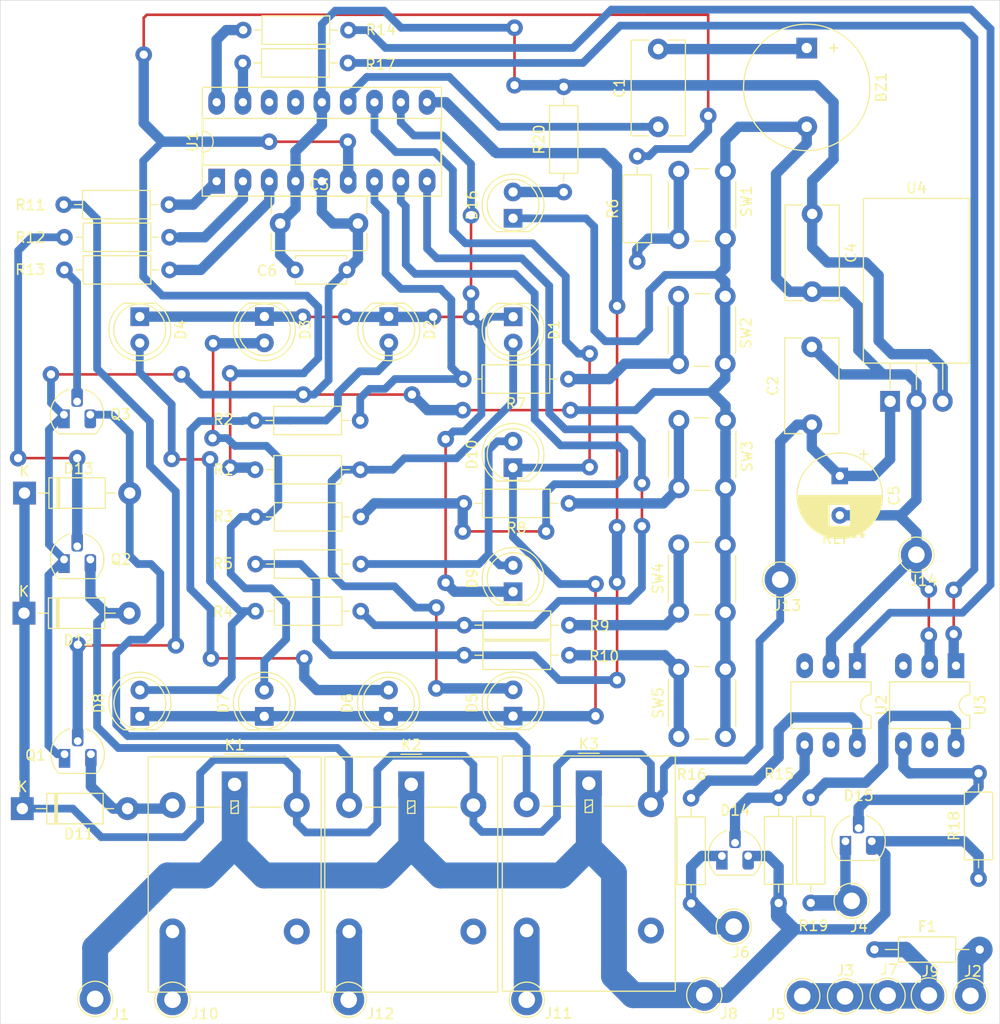
<source format=kicad_pcb>
(kicad_pcb (version 20171130) (host pcbnew 5.1.2-f72e74a~84~ubuntu18.04.1)
  (title_block (date 2019-07-27) (rev 1.0.0))
  (layers (0 F.Cu signal hide) (31 B.Cu signal) (34 B.Paste user hide) (35 F.Paste user hide) (36 B.SilkS user hide) (37 F.SilkS user hide) (38 B.Mask user hide) (39 F.Mask user hide) (44 Edge.Cuts user))
  (net 0 "")
  (net 1 "Net-(BZ1-Pad1)")
  (net 2 GND)
  (net 3 SPK)
  (net 4 +12V)
  (net 5 +5V)
  (net 6 CONA)
  (net 7 "Net-(D1-Pad2)")
  (net 8 "Net-(D2-Pad2)")
  (net 9 "Net-(D3-Pad2)")
  (net 10 "Net-(D4-Pad2)")
  (net 11 CONB)
  (net 12 "Net-(D10-Pad2)")
  (net 13 "Net-(D11-Pad2)")
  (net 14 "Net-(D12-Pad2)")
  (net 15 "Net-(D13-Pad2)")
  (net 16 "Net-(D14-Pad2)")
  (net 17 NEUTRAL)
  (net 18 SWING-MT1)
  (net 19 COOL-MT1)
  (net 20 "Net-(D15-Pad2)")
  (net 21 "Net-(D16-Pad2)")
  (net 22 COOL-MT2)
  (net 23 LIVE)
  (net 24 MAIN-MTL)
  (net 25 MAIN-MTH)
  (net 26 MAIN-MTM)
  (net 27 "Net-(Q1-Pad2)")
  (net 28 "Net-(Q2-Pad2)")
  (net 29 "Net-(Q3-Pad2)")
  (net 30 DATA0)
  (net 31 DATA1)
  (net 32 DATA2)
  (net 33 DATA3)
  (net 34 DATA4)
  (net 35 "Net-(R6-Pad1)")
  (net 36 "Net-(R7-Pad1)")
  (net 37 "Net-(R8-Pad1)")
  (net 38 "Net-(R9-Pad1)")
  (net 39 "Net-(R10-Pad1)")
  (net 40 MOTOR-LOW)
  (net 41 MOTOR-MID)
  (net 42 MOTOR-HIGH)
  (net 43 TRIAC-SWING)
  (net 44 "Net-(R14-Pad1)")
  (net 45 "Net-(R16-Pad2)")
  (net 46 "Net-(R17-Pad1)")
  (net 47 TRIAC-COOL)
  (net 48 "Net-(R19-Pad2)")
  (module Resistor_THT:R_Axial_DIN0207_L6.3mm_D2.5mm_P10.16mm_Horizontal (layer F.Cu) (at 164.45 124.75 90)
    (fp_text reference R18 (at 5.08 -2.37 90) (layer F.SilkS))
    (fp_text value 330R)
    (pad 2 thru_hole oval (at 10.16 0 90) (size 1.6 1.6) (drill 0.8) (layers *.Cu *.Mask) (net 20 "Net-(D15-Pad2)"))
    (pad 1 thru_hole circle (at 0 0 90) (size 1.6 1.6) (drill 0.8) (layers *.Cu *.Mask) (net 17 NEUTRAL))
  )
  (module MountingHole:MountingHole_3.2mm_M3 (layer F.Cu) (at 151.47 96.14)
    (fp_text reference REF** (at 0 -4.2) (layer F.SilkS))
    (fp_text value " ")
    (pad 1 np_thru_hole circle (at 0 0) (size 3.2 3.2) (drill 3.2) (layers *.Cu *.Mask))
  )
  (module MountingHole:MountingHole_3.2mm_M3 (layer F.Cu) (at 79.51 53)
    (fp_text reference " " (at 0 -4.2) (layer F.SilkS))
    (fp_text value " ")
    (pad 1 np_thru_hole circle (at 0 0) (size 3.2 3.2) (drill 3.2) (layers *.Cu *.Mask))
  )
  (module MountingHole:MountingHole_3.2mm_M3 (layer F.Cu) (at 159.49 53.01)
    (fp_text reference " " (at 0 -4.2) (layer F.SilkS))
    (fp_text value " ")
    (pad 1 np_thru_hole circle (at 0 0) (size 3.2 3.2) (drill 3.2) (layers *.Cu *.Mask))
  )
  (module MountingHole:MountingHole_3.2mm_M3 (layer F.Cu) (at 79.49 125.55)
    (fp_text reference " " (at 0.01 3.25) (layer F.SilkS))
    (fp_text value " ")
    (pad 1 np_thru_hole circle (at 0 0) (size 3.2 3.2) (drill 3.2) (layers *.Cu *.Mask))
  )
  (module MountingHole:MountingHole_3.2mm_M3 (layer F.Cu) (at 159.5 125.55)
    (fp_text reference " " (at 0.1 -2.75) (layer F.SilkS))
    (fp_text value " ")
    (pad 1 np_thru_hole circle (at 0 0) (size 3.2 3.2) (drill 3.2) (layers *.Cu *.Mask))
  )
  (module Buzzer_Beeper:Buzzer_12x9.5RM7.6 (layer F.Cu) (at 147.86 44.61 270)
    (fp_text reference BZ1 (at 3.8 -7.2 90) (layer F.SilkS))
    (fp_text value Buzzer)
    (fp_text user + (at -0.01 -2.54 90) (layer F.SilkS))
    (pad 1 thru_hole rect (at 0 0 270) (size 2 2) (drill 1) (layers *.Cu *.Mask) (net 1 "Net-(BZ1-Pad1)"))
    (pad 2 thru_hole circle (at 7.6 0 270) (size 2 2) (drill 1) (layers *.Cu *.Mask) (net 2 GND))
  )
  (module Capacitor_THT:C_Disc_D9.0mm_W5.0mm_P7.50mm (layer F.Cu) (at 133.53 52.21 90)
    (fp_text reference C1 (at 3.75 -3.75 90) (layer F.SilkS))
    (fp_text value 0.22MFD)
    (pad 2 thru_hole circle (at 7.5 0 90) (size 2 2) (drill 1) (layers *.Cu *.Mask) (net 1 "Net-(BZ1-Pad1)"))
    (pad 1 thru_hole circle (at 0 0 90) (size 2 2) (drill 1) (layers *.Cu *.Mask) (net 3 SPK))
  )
  (module Capacitor_THT:C_Disc_D9.0mm_W5.0mm_P7.50mm (layer F.Cu) (at 148.35 80.95 90)
    (fp_text reference C2 (at 3.75 -3.75 90) (layer F.SilkS))
    (fp_text value 0.1MFD)
    (pad 1 thru_hole circle (at 0 0 90) (size 2 2) (drill 1) (layers *.Cu *.Mask) (net 4 +12V))
    (pad 2 thru_hole circle (at 7.5 0 90) (size 2 2) (drill 1) (layers *.Cu *.Mask) (net 2 GND))
  )
  (module Capacitor_THT:C_Disc_D9.0mm_W5.0mm_P7.50mm (layer F.Cu) (at 97.03 61.54)
    (fp_text reference C3 (at 3.75 -3.75) (layer F.SilkS))
    (fp_text value 0.1MFD)
    (pad 2 thru_hole circle (at 7.5 0) (size 2 2) (drill 1) (layers *.Cu *.Mask) (net 2 GND))
    (pad 1 thru_hole circle (at 0 0) (size 2 2) (drill 1) (layers *.Cu *.Mask) (net 5 +5V))
  )
  (module Capacitor_THT:C_Disc_D9.0mm_W5.0mm_P7.50mm (layer F.Cu) (at 148.39 60.62 270)
    (fp_text reference C4 (at 3.75 -3.75 90) (layer F.SilkS))
    (fp_text value 0.1MFD)
    (pad 1 thru_hole circle (at 0 0 270) (size 2 2) (drill 1) (layers *.Cu *.Mask) (net 5 +5V))
    (pad 2 thru_hole circle (at 7.5 0 270) (size 2 2) (drill 1) (layers *.Cu *.Mask) (net 2 GND))
  )
  (module Capacitor_THT:CP_Radial_D8.0mm_P3.80mm (layer F.Cu) (at 151.05 85.9 270)
    (fp_text reference C5 (at 1.9 -5.25 90) (layer F.SilkS))
    (fp_text value 220MFD)
    (pad 1 thru_hole rect (at 0 0 270) (size 1.6 1.6) (drill 0.8) (layers *.Cu *.Mask) (net 4 +12V))
    (pad 2 thru_hole circle (at 3.8 0 270) (size 1.6 1.6) (drill 0.8) (layers *.Cu *.Mask) (net 2 GND))
  )
  (module Capacitor_THT:C_Disc_D4.7mm_W2.5mm_P5.00mm (layer F.Cu) (at 98.47 66.02)
    (fp_text reference C6 (at -2.72 0.08) (layer F.SilkS))
    (fp_text value 0.001MFD)
    (pad 1 thru_hole circle (at 0 0) (size 1.6 1.6) (drill 0.8) (layers *.Cu *.Mask) (net 5 +5V))
    (pad 2 thru_hole circle (at 5 0) (size 1.6 1.6) (drill 0.8) (layers *.Cu *.Mask) (net 2 GND))
  )
  (module LED_THT:LED_D5.0mm (layer F.Cu) (at 119.52 70.54 270)
    (fp_text reference D1 (at 1.27 -3.96 90) (layer F.SilkS))
    (fp_text value SL)
    (pad 1 thru_hole rect (at 0 0 270) (size 1.8 1.8) (drill 0.9) (layers *.Cu *.Mask) (net 6 CONA))
    (pad 2 thru_hole circle (at 2.54 0 270) (size 1.8 1.8) (drill 0.9) (layers *.Cu *.Mask) (net 7 "Net-(D1-Pad2)"))
  )
  (module LED_THT:LED_D5.0mm (layer F.Cu) (at 107.51 70.52 270)
    (fp_text reference D2 (at 1.27 -3.96 90) (layer F.SilkS))
    (fp_text value SM)
    (pad 1 thru_hole rect (at 0 0 270) (size 1.8 1.8) (drill 0.9) (layers *.Cu *.Mask) (net 6 CONA))
    (pad 2 thru_hole circle (at 2.54 0 270) (size 1.8 1.8) (drill 0.9) (layers *.Cu *.Mask) (net 8 "Net-(D2-Pad2)"))
  )
  (module LED_THT:LED_D5.0mm (layer F.Cu) (at 95.5 70.52 270)
    (fp_text reference D3 (at 1.27 -3.96 90) (layer F.SilkS))
    (fp_text value SH)
    (pad 1 thru_hole rect (at 0 0 270) (size 1.8 1.8) (drill 0.9) (layers *.Cu *.Mask) (net 6 CONA))
    (pad 2 thru_hole circle (at 2.54 0 270) (size 1.8 1.8) (drill 0.9) (layers *.Cu *.Mask) (net 9 "Net-(D3-Pad2)"))
  )
  (module LED_THT:LED_D5.0mm (layer F.Cu) (at 83.47 70.53 270)
    (fp_text reference D4 (at 1.27 -3.96 90) (layer F.SilkS))
    (fp_text value SLP)
    (pad 1 thru_hole rect (at 0 0 270) (size 1.8 1.8) (drill 0.9) (layers *.Cu *.Mask) (net 6 CONA))
    (pad 2 thru_hole circle (at 2.54 0 270) (size 1.8 1.8) (drill 0.9) (layers *.Cu *.Mask) (net 10 "Net-(D4-Pad2)"))
  )
  (module LED_THT:LED_D5.0mm (layer F.Cu) (at 119.51 109.08 90)
    (fp_text reference D5 (at 1.27 -3.96 90) (layer F.SilkS))
    (fp_text value T1)
    (pad 2 thru_hole circle (at 2.54 0 90) (size 1.8 1.8) (drill 0.9) (layers *.Cu *.Mask) (net 7 "Net-(D1-Pad2)"))
    (pad 1 thru_hole rect (at 0 0 90) (size 1.8 1.8) (drill 0.9) (layers *.Cu *.Mask) (net 11 CONB))
  )
  (module LED_THT:LED_D5.0mm (layer F.Cu) (at 107.48 109.1 90)
    (fp_text reference D6 (at 1.27 -3.96 90) (layer F.SilkS))
    (fp_text value T2)
    (pad 2 thru_hole circle (at 2.54 0 90) (size 1.8 1.8) (drill 0.9) (layers *.Cu *.Mask) (net 8 "Net-(D2-Pad2)"))
    (pad 1 thru_hole rect (at 0 0 90) (size 1.8 1.8) (drill 0.9) (layers *.Cu *.Mask) (net 11 CONB))
  )
  (module LED_THT:LED_D5.0mm (layer F.Cu) (at 95.49 109.1 90)
    (fp_text reference D7 (at 1.27 -3.96 90) (layer F.SilkS))
    (fp_text value T3)
    (pad 1 thru_hole rect (at 0 0 90) (size 1.8 1.8) (drill 0.9) (layers *.Cu *.Mask) (net 11 CONB))
    (pad 2 thru_hole circle (at 2.54 0 90) (size 1.8 1.8) (drill 0.9) (layers *.Cu *.Mask) (net 9 "Net-(D3-Pad2)"))
  )
  (module LED_THT:LED_D5.0mm (layer F.Cu) (at 83.48 109.1 90)
    (fp_text reference D8 (at 1.27 -3.96 90) (layer F.SilkS))
    (fp_text value T4)
    (pad 2 thru_hole circle (at 2.54 0 90) (size 1.8 1.8) (drill 0.9) (layers *.Cu *.Mask) (net 10 "Net-(D4-Pad2)"))
    (pad 1 thru_hole rect (at 0 0 90) (size 1.8 1.8) (drill 0.9) (layers *.Cu *.Mask) (net 11 CONB))
  )
  (module LED_THT:LED_D5.0mm (layer F.Cu) (at 119.51 97.07 90)
    (fp_text reference D9 (at 1.27 -3.96 90) (layer F.SilkS))
    (fp_text value COOL)
    (pad 1 thru_hole rect (at 0 0 90) (size 1.8 1.8) (drill 0.9) (layers *.Cu *.Mask) (net 6 CONA))
    (pad 2 thru_hole circle (at 2.54 0 90) (size 1.8 1.8) (drill 0.9) (layers *.Cu *.Mask) (net 12 "Net-(D10-Pad2)"))
  )
  (module LED_THT:LED_D5.0mm (layer F.Cu) (at 119.5 85.1 90)
    (fp_text reference D10 (at 1.27 -3.96 90) (layer F.SilkS))
    (fp_text value SWING)
    (pad 2 thru_hole circle (at 2.54 0 90) (size 1.8 1.8) (drill 0.9) (layers *.Cu *.Mask) (net 12 "Net-(D10-Pad2)"))
    (pad 1 thru_hole rect (at 0 0 90) (size 1.8 1.8) (drill 0.9) (layers *.Cu *.Mask) (net 11 CONB))
  )
  (module Diode_THT:D_DO-41_SOD81_P10.16mm_Horizontal (layer F.Cu) (at 72.13 118)
    (fp_text reference D11 (at 5.47 2.45) (layer F.SilkS))
    (fp_text value 1N4007)
    (fp_text user K (at 0 -2.1) (layer F.SilkS))
    (pad 1 thru_hole rect (at 0 0) (size 2.2 2.2) (drill 1.1) (layers *.Cu *.Mask) (net 4 +12V))
    (pad 2 thru_hole oval (at 10.16 0) (size 2.2 2.2) (drill 1.1) (layers *.Cu *.Mask) (net 13 "Net-(D11-Pad2)"))
  )
  (module Diode_THT:D_DO-41_SOD81_P10.16mm_Horizontal (layer F.Cu) (at 72.29 99.14)
    (fp_text reference D12 (at 5.26 2.61) (layer F.SilkS))
    (fp_text value 1N4007)
    (fp_text user K (at 0 -2.1) (layer F.SilkS))
    (pad 2 thru_hole oval (at 10.16 0) (size 2.2 2.2) (drill 1.1) (layers *.Cu *.Mask) (net 14 "Net-(D12-Pad2)"))
    (pad 1 thru_hole rect (at 0 0) (size 2.2 2.2) (drill 1.1) (layers *.Cu *.Mask) (net 4 +12V))
  )
  (module Diode_THT:D_DO-41_SOD81_P10.16mm_Horizontal (layer F.Cu) (at 72.34 87.55)
    (fp_text reference D13 (at 5.21 -2.35) (layer F.SilkS))
    (fp_text value 1N4007)
    (fp_text user K (at 0 -2.1) (layer F.SilkS))
    (pad 1 thru_hole rect (at 0 0) (size 2.2 2.2) (drill 1.1) (layers *.Cu *.Mask) (net 4 +12V))
    (pad 2 thru_hole oval (at 10.16 0) (size 2.2 2.2) (drill 1.1) (layers *.Cu *.Mask) (net 15 "Net-(D13-Pad2)"))
  )
  (module Package_TO_SOT_THT:TO-92_HandSolder (layer F.Cu) (at 139.67 122.57)
    (fp_text reference D14 (at 1.27 -4.4) (layer F.SilkS))
    (fp_text value BT131-600)
    (pad 2 thru_hole roundrect (at 1.27 -1.27) (size 1.1 1.8) (drill 0.75 (offset 0 -0.4)) (layers *.Cu *.Mask) (net 16 "Net-(D14-Pad2)"))
    (pad 3 thru_hole roundrect (at 2.54 0) (size 1.1 1.8) (drill 0.75 (offset 0 0.4)) (layers *.Cu *.Mask) (net 17 NEUTRAL))
    (pad 1 thru_hole rect (at 0 0) (size 1.1 1.8) (drill 0.75 (offset 0 0.4)) (layers *.Cu *.Mask) (net 18 SWING-MT1))
  )
  (module Package_TO_SOT_THT:TO-92_HandSolder (layer F.Cu) (at 151.6 121.15)
    (fp_text reference D15 (at 1.27 -4.4) (layer F.SilkS))
    (fp_text value BT131-600)
    (pad 1 thru_hole rect (at 0 0) (size 1.1 1.8) (drill 0.75 (offset 0 0.4)) (layers *.Cu *.Mask) (net 19 COOL-MT1))
    (pad 3 thru_hole roundrect (at 2.54 0) (size 1.1 1.8) (drill 0.75 (offset 0 0.4)) (layers *.Cu *.Mask) (net 17 NEUTRAL))
    (pad 2 thru_hole roundrect (at 1.27 -1.27) (size 1.1 1.8) (drill 0.75 (offset 0 -0.4)) (layers *.Cu *.Mask) (net 20 "Net-(D15-Pad2)"))
  )
  (module LED_THT:LED_D5.0mm (layer F.Cu) (at 119.51 61.04 90)
    (fp_text reference D16 (at 1.27 -3.96 90) (layer F.SilkS))
    (fp_text value POWER)
    (pad 2 thru_hole circle (at 2.54 0 90) (size 1.8 1.8) (drill 0.9) (layers *.Cu *.Mask) (net 21 "Net-(D16-Pad2)"))
    (pad 1 thru_hole rect (at 0 0 90) (size 1.8 1.8) (drill 0.9) (layers *.Cu *.Mask) (net 2 GND))
  )
  (module Inductor_THT:L_Axial_L5.3mm_D2.2mm_P10.16mm_Horizontal_Vishay_IM-1 (layer F.Cu) (at 154.4 131.6)
    (fp_text reference F1 (at 5.08 -2.22) (layer F.SilkS))
    (fp_text value "250V 2A")
    (pad 1 thru_hole circle (at 0 0) (size 1.6 1.6) (drill 0.8) (layers *.Cu *.Mask) (net 22 COOL-MT2))
    (pad 2 thru_hole oval (at 10.16 0) (size 1.6 1.6) (drill 0.8) (layers *.Cu *.Mask) (net 23 LIVE))
  )
  (module TestPoint:TestPoint_Loop_D2.60mm_Drill1.6mm_Beaded (layer F.Cu) (at 79.16 136.36)
    (fp_text reference J1 (at 2.44 1.49) (layer F.SilkS))
    (fp_text value N)
    (pad 1 thru_hole circle (at 0 0) (size 3 3) (drill 1.6) (layers *.Cu *.Mask) (net 17 NEUTRAL))
  )
  (module TestPoint:TestPoint_Loop_D2.60mm_Drill1.6mm_Beaded (layer F.Cu) (at 163.67 136.07)
    (fp_text reference J2 (at 0.23 -2.37) (layer F.SilkS))
    (fp_text value L)
    (pad 1 thru_hole circle (at 0 0) (size 3 3) (drill 1.6) (layers *.Cu *.Mask) (net 23 LIVE))
  )
  (module TestPoint:TestPoint_Loop_D2.60mm_Drill1.6mm_Beaded (layer F.Cu) (at 151.56 136.12)
    (fp_text reference J3 (at 0.04 -2.47) (layer F.SilkS))
    (fp_text value COOL-L)
    (pad 1 thru_hole circle (at 0 0) (size 3 3) (drill 1.6) (layers *.Cu *.Mask) (net 22 COOL-MT2))
  )
  (module TestPoint:TestPoint_Loop_D2.60mm_Drill1.6mm_Beaded (layer F.Cu) (at 152.2 126.9)
    (fp_text reference J4 (at 0.7 2.5) (layer F.SilkS))
    (fp_text value COOL-N)
    (pad 1 thru_hole circle (at 0 0) (size 3 3) (drill 1.6) (layers *.Cu *.Mask) (net 19 COOL-MT1))
  )
  (module TestPoint:TestPoint_Loop_D2.60mm_Drill1.6mm_Beaded (layer F.Cu) (at 147.43 136.09)
    (fp_text reference J5 (at -2.48 1.76) (layer F.SilkS))
    (fp_text value SWING-L)
    (pad 1 thru_hole circle (at 0 0) (size 3 3) (drill 1.6) (layers *.Cu *.Mask) (net 22 COOL-MT2))
  )
  (module TestPoint:TestPoint_Loop_D2.60mm_Drill1.6mm_Beaded (layer F.Cu) (at 140.81 129.39)
    (fp_text reference J6 (at 0.7 2.5) (layer F.SilkS))
    (fp_text value SWING-N)
    (pad 1 thru_hole circle (at 0 0) (size 3 3) (drill 1.6) (layers *.Cu *.Mask) (net 18 SWING-MT1))
  )
  (module TestPoint:TestPoint_Loop_D2.60mm_Drill1.6mm_Beaded (layer F.Cu) (at 155.67 136.05)
    (fp_text reference J7 (at 0.13 -2.5) (layer F.SilkS))
    (fp_text value PSU-L)
    (pad 1 thru_hole circle (at 0 0) (size 3 3) (drill 1.6) (layers *.Cu *.Mask) (net 22 COOL-MT2))
  )
  (module TestPoint:TestPoint_Loop_D2.60mm_Drill1.6mm_Beaded (layer F.Cu) (at 137.97 136)
    (fp_text reference J8 (at 2.38 1.8) (layer F.SilkS))
    (fp_text value PSU-N)
    (pad 1 thru_hole circle (at 0 0) (size 3 3) (drill 1.6) (layers *.Cu *.Mask) (net 17 NEUTRAL))
  )
  (module TestPoint:TestPoint_Loop_D2.60mm_Drill1.6mm_Beaded (layer F.Cu) (at 159.65 136.03)
    (fp_text reference J9 (at 0.15 -2.33) (layer F.SilkS))
    (fp_text value MOTOR-L)
    (pad 1 thru_hole circle (at 0 0) (size 3 3) (drill 1.6) (layers *.Cu *.Mask) (net 22 COOL-MT2))
  )
  (module TestPoint:TestPoint_Loop_D2.60mm_Drill1.6mm_Beaded (layer F.Cu) (at 86.63 136.44)
    (fp_text reference J10 (at 3.12 1.36) (layer F.SilkS))
    (fp_text value MOTOR-Lo)
    (pad 1 thru_hole circle (at 0 0) (size 3 3) (drill 1.6) (layers *.Cu *.Mask) (net 24 MAIN-MTL))
  )
  (module TestPoint:TestPoint_Loop_D2.60mm_Drill1.6mm_Beaded (layer F.Cu) (at 120.83 136.44)
    (fp_text reference J11 (at 3.07 1.31) (layer F.SilkS))
    (fp_text value MOTOR-Hi)
    (pad 1 thru_hole circle (at 0 0) (size 3 3) (drill 1.6) (layers *.Cu *.Mask) (net 25 MAIN-MTH))
  )
  (module TestPoint:TestPoint_Loop_D2.60mm_Drill1.6mm_Beaded (layer F.Cu) (at 103.64 136.44)
    (fp_text reference J12 (at 3.06 1.36) (layer F.SilkS))
    (fp_text value MOTOR-Mi)
    (pad 1 thru_hole circle (at 0 0) (size 3 3) (drill 1.6) (layers *.Cu *.Mask) (net 26 MAIN-MTM))
  )
  (module TestPoint:TestPoint_Loop_D2.60mm_Drill1.6mm_Beaded (layer F.Cu) (at 145.3 95.9)
    (fp_text reference J13 (at 0.7 2.5) (layer F.SilkS))
    (fp_text value +12V)
    (pad 1 thru_hole circle (at 0 0) (size 3 3) (drill 1.6) (layers *.Cu *.Mask) (net 4 +12V))
  )
  (module TestPoint:TestPoint_Loop_D2.60mm_Drill1.6mm_Beaded (layer F.Cu) (at 158.45 93.5)
    (fp_text reference J14 (at 0.7 2.5) (layer F.SilkS))
    (fp_text value GND)
    (pad 1 thru_hole circle (at 0 0) (size 3 3) (drill 1.6) (layers *.Cu *.Mask) (net 2 GND))
  )
  (module Relay_THT:Relay_SPDT_Omron-G5LE-1 (layer F.Cu) (at 92.63 115.66)
    (fp_text reference K1 (at 0 -3.8) (layer F.SilkS))
    (fp_text value G5LE-1)
    (pad 1 thru_hole rect (at 0 0) (size 2.5 2.5) (drill 1.3) (layers *.Cu *.Mask) (net 17 NEUTRAL))
    (pad 2 thru_hole oval (at -6 2) (size 2.5 2.5) (drill 1.3) (layers *.Cu *.Mask) (net 13 "Net-(D11-Pad2)"))
    (pad 3 thru_hole oval (at -6 14.2) (size 2.5 2.5) (drill 1.3) (layers *.Cu *.Mask) (net 24 MAIN-MTL))
    (pad 4 thru_hole oval (at 6 14.2) (size 2.5 2.5) (drill 1.3) (layers *.Cu *.Mask))
    (pad 5 thru_hole oval (at 6 2) (size 2.5 2.5) (drill 1.3) (layers *.Cu *.Mask) (net 4 +12V))
  )
  (module Relay_THT:Relay_SPDT_Omron-G5LE-1 (layer F.Cu) (at 109.68 115.66)
    (fp_text reference K2 (at 0 -3.8) (layer F.SilkS))
    (fp_text value G5LE-1)
    (pad 5 thru_hole oval (at 6 2) (size 2.5 2.5) (drill 1.3) (layers *.Cu *.Mask) (net 4 +12V))
    (pad 4 thru_hole oval (at 6 14.2) (size 2.5 2.5) (drill 1.3) (layers *.Cu *.Mask))
    (pad 3 thru_hole oval (at -6 14.2) (size 2.5 2.5) (drill 1.3) (layers *.Cu *.Mask) (net 26 MAIN-MTM))
    (pad 2 thru_hole oval (at -6 2) (size 2.5 2.5) (drill 1.3) (layers *.Cu *.Mask) (net 14 "Net-(D12-Pad2)"))
    (pad 1 thru_hole rect (at 0 0) (size 2.5 2.5) (drill 1.3) (layers *.Cu *.Mask) (net 17 NEUTRAL))
  )
  (module Relay_THT:Relay_SPDT_Omron-G5LE-1 (layer F.Cu) (at 126.82 115.57)
    (fp_text reference K3 (at 0 -3.8) (layer F.SilkS))
    (fp_text value G5LE-1)
    (pad 1 thru_hole rect (at 0 0) (size 2.5 2.5) (drill 1.3) (layers *.Cu *.Mask) (net 17 NEUTRAL))
    (pad 2 thru_hole oval (at -6 2) (size 2.5 2.5) (drill 1.3) (layers *.Cu *.Mask) (net 15 "Net-(D13-Pad2)"))
    (pad 3 thru_hole oval (at -6 14.2) (size 2.5 2.5) (drill 1.3) (layers *.Cu *.Mask) (net 25 MAIN-MTH))
    (pad 4 thru_hole oval (at 6 14.2) (size 2.5 2.5) (drill 1.3) (layers *.Cu *.Mask))
    (pad 5 thru_hole oval (at 6 2) (size 2.5 2.5) (drill 1.3) (layers *.Cu *.Mask) (net 4 +12V))
  )
  (module Package_TO_SOT_THT:TO-92_HandSolder (layer F.Cu) (at 76.21 112.75)
    (fp_text reference Q1 (at -2.81 0.1) (layer F.SilkS))
    (fp_text value S8050)
    (pad 2 thru_hole roundrect (at 1.27 -1.27) (size 1.1 1.8) (drill 0.75 (offset 0 -0.4)) (layers *.Cu *.Mask) (net 27 "Net-(Q1-Pad2)"))
    (pad 3 thru_hole roundrect (at 2.54 0) (size 1.1 1.8) (drill 0.75 (offset 0 0.4)) (layers *.Cu *.Mask) (net 13 "Net-(D11-Pad2)"))
    (pad 1 thru_hole rect (at 0 0) (size 1.1 1.8) (drill 0.75 (offset 0 0.4)) (layers *.Cu *.Mask) (net 2 GND))
  )
  (module Package_TO_SOT_THT:TO-92_HandSolder (layer F.Cu) (at 76.16 93.96)
    (fp_text reference Q2 (at 5.49 -0.01) (layer F.SilkS))
    (fp_text value S8050)
    (pad 1 thru_hole rect (at 0 0) (size 1.1 1.8) (drill 0.75 (offset 0 0.4)) (layers *.Cu *.Mask) (net 2 GND))
    (pad 3 thru_hole roundrect (at 2.54 0) (size 1.1 1.8) (drill 0.75 (offset 0 0.4)) (layers *.Cu *.Mask) (net 14 "Net-(D12-Pad2)"))
    (pad 2 thru_hole roundrect (at 1.27 -1.27) (size 1.1 1.8) (drill 0.75 (offset 0 -0.4)) (layers *.Cu *.Mask) (net 28 "Net-(Q2-Pad2)"))
  )
  (module Package_TO_SOT_THT:TO-92_HandSolder (layer F.Cu) (at 76.15 79.99)
    (fp_text reference Q3 (at 5.45 -0.04) (layer F.SilkS))
    (fp_text value S8050)
    (pad 2 thru_hole roundrect (at 1.27 -1.27) (size 1.1 1.8) (drill 0.75 (offset 0 -0.4)) (layers *.Cu *.Mask) (net 29 "Net-(Q3-Pad2)"))
    (pad 3 thru_hole roundrect (at 2.54 0) (size 1.1 1.8) (drill 0.75 (offset 0 0.4)) (layers *.Cu *.Mask) (net 15 "Net-(D13-Pad2)"))
    (pad 1 thru_hole rect (at 0 0) (size 1.1 1.8) (drill 0.75 (offset 0 0.4)) (layers *.Cu *.Mask) (net 2 GND))
  )
  (module Resistor_THT:R_Axial_DIN0207_L6.3mm_D2.5mm_P10.16mm_Horizontal (layer F.Cu) (at 104.76 85.3 180)
    (fp_text reference R1 (at 13.21 0) (layer F.SilkS))
    (fp_text value 330R)
    (pad 2 thru_hole oval (at 10.16 0 180) (size 1.6 1.6) (drill 0.8) (layers *.Cu *.Mask) (net 30 DATA0))
    (pad 1 thru_hole circle (at 0 0 180) (size 1.6 1.6) (drill 0.8) (layers *.Cu *.Mask) (net 7 "Net-(D1-Pad2)"))
  )
  (module Resistor_THT:R_Axial_DIN0207_L6.3mm_D2.5mm_P10.16mm_Horizontal (layer F.Cu) (at 94.59 80.55)
    (fp_text reference R2 (at -3.04 -0.1) (layer F.SilkS))
    (fp_text value 330R)
    (pad 1 thru_hole circle (at 0 0) (size 1.6 1.6) (drill 0.8) (layers *.Cu *.Mask) (net 8 "Net-(D2-Pad2)"))
    (pad 2 thru_hole oval (at 10.16 0) (size 1.6 1.6) (drill 0.8) (layers *.Cu *.Mask) (net 31 DATA1))
  )
  (module Resistor_THT:R_Axial_DIN0207_L6.3mm_D2.5mm_P10.16mm_Horizontal (layer F.Cu) (at 94.65 89.85)
    (fp_text reference R3 (at -3.1 -0.05) (layer F.SilkS))
    (fp_text value 330R)
    (pad 2 thru_hole oval (at 10.16 0) (size 1.6 1.6) (drill 0.8) (layers *.Cu *.Mask) (net 32 DATA2))
    (pad 1 thru_hole circle (at 0 0) (size 1.6 1.6) (drill 0.8) (layers *.Cu *.Mask) (net 9 "Net-(D3-Pad2)"))
  )
  (module Resistor_THT:R_Axial_DIN0207_L6.3mm_D2.5mm_P10.16mm_Horizontal (layer F.Cu) (at 94.64 98.95)
    (fp_text reference R4 (at -3.14 0.05) (layer F.SilkS))
    (fp_text value 330R)
    (pad 1 thru_hole circle (at 0 0) (size 1.6 1.6) (drill 0.8) (layers *.Cu *.Mask) (net 10 "Net-(D4-Pad2)"))
    (pad 2 thru_hole oval (at 10.16 0) (size 1.6 1.6) (drill 0.8) (layers *.Cu *.Mask) (net 33 DATA3))
  )
  (module Resistor_THT:R_Axial_DIN0207_L6.3mm_D2.5mm_P10.16mm_Horizontal (layer F.Cu) (at 104.81 94.4 180)
    (fp_text reference R5 (at 13.31 0.05) (layer F.SilkS))
    (fp_text value 330R)
    (pad 2 thru_hole oval (at 10.16 0 180) (size 1.6 1.6) (drill 0.8) (layers *.Cu *.Mask) (net 34 DATA4))
    (pad 1 thru_hole circle (at 0 0 180) (size 1.6 1.6) (drill 0.8) (layers *.Cu *.Mask) (net 12 "Net-(D10-Pad2)"))
  )
  (module Resistor_THT:R_Axial_DIN0207_L6.3mm_D2.5mm_P10.16mm_Horizontal (layer F.Cu) (at 131.5 65.2 90)
    (fp_text reference R6 (at 5.08 -2.37 90) (layer F.SilkS))
    (fp_text value 2.2K)
    (pad 1 thru_hole circle (at 0 0 90) (size 1.6 1.6) (drill 0.8) (layers *.Cu *.Mask) (net 35 "Net-(R6-Pad1)"))
    (pad 2 thru_hole oval (at 10.16 0 90) (size 1.6 1.6) (drill 0.8) (layers *.Cu *.Mask) (net 30 DATA0))
  )
  (module Resistor_THT:R_Axial_DIN0207_L6.3mm_D2.5mm_P10.16mm_Horizontal (layer F.Cu) (at 124.86 76.55 180)
    (fp_text reference R7 (at 5.08 -2.37) (layer F.SilkS))
    (fp_text value 2.2K)
    (pad 2 thru_hole oval (at 10.16 0 180) (size 1.6 1.6) (drill 0.8) (layers *.Cu *.Mask) (net 31 DATA1))
    (pad 1 thru_hole circle (at 0 0 180) (size 1.6 1.6) (drill 0.8) (layers *.Cu *.Mask) (net 36 "Net-(R7-Pad1)"))
  )
  (module Resistor_THT:R_Axial_DIN0207_L6.3mm_D2.5mm_P10.16mm_Horizontal (layer F.Cu) (at 124.91 88.55 180)
    (fp_text reference R8 (at 5.08 -2.37) (layer F.SilkS))
    (fp_text value 2.2K)
    (pad 1 thru_hole circle (at 0 0 180) (size 1.6 1.6) (drill 0.8) (layers *.Cu *.Mask) (net 37 "Net-(R8-Pad1)"))
    (pad 2 thru_hole oval (at 10.16 0 180) (size 1.6 1.6) (drill 0.8) (layers *.Cu *.Mask) (net 32 DATA2))
  )
  (module Resistor_THT:R_Axial_DIN0207_L6.3mm_D2.5mm_P10.16mm_Horizontal (layer F.Cu) (at 124.95 100.3 180)
    (fp_text reference R9 (at -2.9 -0.1) (layer F.SilkS))
    (fp_text value 2.2K)
    (pad 2 thru_hole oval (at 10.16 0 180) (size 1.6 1.6) (drill 0.8) (layers *.Cu *.Mask) (net 33 DATA3))
    (pad 1 thru_hole circle (at 0 0 180) (size 1.6 1.6) (drill 0.8) (layers *.Cu *.Mask) (net 38 "Net-(R9-Pad1)"))
  )
  (module Resistor_THT:R_Axial_DIN0207_L6.3mm_D2.5mm_P10.16mm_Horizontal (layer F.Cu) (at 124.95 103.2 180)
    (fp_text reference R10 (at -3.35 -0.1) (layer F.SilkS))
    (fp_text value 2.2K)
    (pad 1 thru_hole circle (at 0 0 180) (size 1.6 1.6) (drill 0.8) (layers *.Cu *.Mask) (net 39 "Net-(R10-Pad1)"))
    (pad 2 thru_hole oval (at 10.16 0 180) (size 1.6 1.6) (drill 0.8) (layers *.Cu *.Mask) (net 34 DATA4))
  )
  (module Resistor_THT:R_Axial_DIN0207_L6.3mm_D2.5mm_P10.16mm_Horizontal (layer F.Cu) (at 76.13 59.72)
    (fp_text reference R11 (at -3.23 0.03) (layer F.SilkS))
    (fp_text value 10K)
    (pad 1 thru_hole circle (at 0 0) (size 1.6 1.6) (drill 0.8) (layers *.Cu *.Mask) (net 27 "Net-(Q1-Pad2)"))
    (pad 2 thru_hole oval (at 10.16 0) (size 1.6 1.6) (drill 0.8) (layers *.Cu *.Mask) (net 40 MOTOR-LOW))
  )
  (module Resistor_THT:R_Axial_DIN0207_L6.3mm_D2.5mm_P10.16mm_Horizontal (layer F.Cu) (at 76.19 62.87)
    (fp_text reference R12 (at -3.29 0.03) (layer F.SilkS))
    (fp_text value 10K)
    (pad 2 thru_hole oval (at 10.16 0) (size 1.6 1.6) (drill 0.8) (layers *.Cu *.Mask) (net 41 MOTOR-MID))
    (pad 1 thru_hole circle (at 0 0) (size 1.6 1.6) (drill 0.8) (layers *.Cu *.Mask) (net 28 "Net-(Q2-Pad2)"))
  )
  (module Resistor_THT:R_Axial_DIN0207_L6.3mm_D2.5mm_P10.16mm_Horizontal (layer F.Cu) (at 76.19 66.02)
    (fp_text reference R13 (at -3.29 -0.02) (layer F.SilkS))
    (fp_text value 10K)
    (pad 1 thru_hole circle (at 0 0) (size 1.6 1.6) (drill 0.8) (layers *.Cu *.Mask) (net 29 "Net-(Q3-Pad2)"))
    (pad 2 thru_hole oval (at 10.16 0) (size 1.6 1.6) (drill 0.8) (layers *.Cu *.Mask) (net 42 MOTOR-HIGH))
  )
  (module Resistor_THT:R_Axial_DIN0207_L6.3mm_D2.5mm_P10.16mm_Horizontal (layer F.Cu) (at 103.62 42.88 180)
    (fp_text reference R14 (at -3.13 0.03) (layer F.SilkS))
    (fp_text value 560R)
    (pad 2 thru_hole oval (at 10.16 0 180) (size 1.6 1.6) (drill 0.8) (layers *.Cu *.Mask) (net 43 TRIAC-SWING))
    (pad 1 thru_hole circle (at 0 0 180) (size 1.6 1.6) (drill 0.8) (layers *.Cu *.Mask) (net 44 "Net-(R14-Pad1)"))
  )
  (module Resistor_THT:R_Axial_DIN0207_L6.3mm_D2.5mm_P10.16mm_Horizontal (layer F.Cu) (at 145.15 127.11 90)
    (fp_text reference R15 (at 12.46 0.05 180) (layer F.SilkS))
    (fp_text value 330R)
    (pad 1 thru_hole circle (at 0 0 90) (size 1.6 1.6) (drill 0.8) (layers *.Cu *.Mask) (net 17 NEUTRAL))
    (pad 2 thru_hole oval (at 10.16 0 90) (size 1.6 1.6) (drill 0.8) (layers *.Cu *.Mask) (net 16 "Net-(D14-Pad2)"))
  )
  (module Resistor_THT:R_Axial_DIN0207_L6.3mm_D2.5mm_P10.16mm_Horizontal (layer F.Cu) (at 136.7 127.15 90)
    (fp_text reference R16 (at 12.45 0.05 180) (layer F.SilkS))
    (fp_text value 220R)
    (pad 2 thru_hole oval (at 10.16 0 90) (size 1.6 1.6) (drill 0.8) (layers *.Cu *.Mask) (net 45 "Net-(R16-Pad2)"))
    (pad 1 thru_hole circle (at 0 0 90) (size 1.6 1.6) (drill 0.8) (layers *.Cu *.Mask) (net 18 SWING-MT1))
  )
  (module Resistor_THT:R_Axial_DIN0207_L6.3mm_D2.5mm_P10.16mm_Horizontal (layer F.Cu) (at 103.57 46.05 180)
    (fp_text reference R17 (at -3.13 -0.15) (layer F.SilkS))
    (fp_text value 560R)
    (pad 1 thru_hole circle (at 0 0 180) (size 1.6 1.6) (drill 0.8) (layers *.Cu *.Mask) (net 46 "Net-(R17-Pad1)"))
    (pad 2 thru_hole oval (at 10.16 0 180) (size 1.6 1.6) (drill 0.8) (layers *.Cu *.Mask) (net 47 TRIAC-COOL))
  )
  (module Resistor_THT:R_Axial_DIN0207_L6.3mm_D2.5mm_P10.16mm_Horizontal (layer F.Cu) (at 148.25 127.1 90)
    (fp_text reference R19 (at -2.2 0.25 180) (layer F.SilkS))
    (fp_text value 220R)
    (pad 1 thru_hole circle (at 0 0 90) (size 1.6 1.6) (drill 0.8) (layers *.Cu *.Mask) (net 19 COOL-MT1))
    (pad 2 thru_hole oval (at 10.16 0 90) (size 1.6 1.6) (drill 0.8) (layers *.Cu *.Mask) (net 48 "Net-(R19-Pad2)"))
  )
  (module Resistor_THT:R_Axial_DIN0207_L6.3mm_D2.5mm_P10.16mm_Horizontal (layer F.Cu) (at 124.4 58.51 90)
    (fp_text reference R20 (at 5.08 -2.37 90) (layer F.SilkS))
    (fp_text value 1K)
    (pad 2 thru_hole oval (at 10.16 0 90) (size 1.6 1.6) (drill 0.8) (layers *.Cu *.Mask) (net 5 +5V))
    (pad 1 thru_hole circle (at 0 0 90) (size 1.6 1.6) (drill 0.8) (layers *.Cu *.Mask) (net 21 "Net-(D16-Pad2)"))
  )
  (module Button_Switch_THT:SW_PUSH_6mm (layer F.Cu) (at 135.51 63 90)
    (fp_text reference SW1 (at 3.6 6.54 90) (layer F.SilkS))
    (fp_text value POWER)
    (pad 2 thru_hole circle (at 0 4.5 180) (size 2 2) (drill 1.1) (layers *.Cu *.Mask) (net 2 GND))
    (pad 1 thru_hole circle (at 0 0 180) (size 2 2) (drill 1.1) (layers *.Cu *.Mask) (net 35 "Net-(R6-Pad1)"))
    (pad 2 thru_hole circle (at 6.5 4.5 180) (size 2 2) (drill 1.1) (layers *.Cu *.Mask) (net 2 GND))
    (pad 1 thru_hole circle (at 6.5 0 180) (size 2 2) (drill 1.1) (layers *.Cu *.Mask) (net 35 "Net-(R6-Pad1)"))
  )
  (module Button_Switch_THT:SW_PUSH_6mm (layer F.Cu) (at 135.49 75.07 90)
    (fp_text reference SW2 (at 2.97 6.51 90) (layer F.SilkS))
    (fp_text value SPEED)
    (pad 1 thru_hole circle (at 6.5 0 180) (size 2 2) (drill 1.1) (layers *.Cu *.Mask) (net 36 "Net-(R7-Pad1)"))
    (pad 2 thru_hole circle (at 6.5 4.5 180) (size 2 2) (drill 1.1) (layers *.Cu *.Mask) (net 2 GND))
    (pad 1 thru_hole circle (at 0 0 180) (size 2 2) (drill 1.1) (layers *.Cu *.Mask) (net 36 "Net-(R7-Pad1)"))
    (pad 2 thru_hole circle (at 0 4.5 180) (size 2 2) (drill 1.1) (layers *.Cu *.Mask) (net 2 GND))
  )
  (module Button_Switch_THT:SW_PUSH_6mm (layer F.Cu) (at 135.52 87.04 90)
    (fp_text reference SW3 (at 3.04 6.58 90) (layer F.SilkS))
    (fp_text value SWING)
    (pad 2 thru_hole circle (at 0 4.5 180) (size 2 2) (drill 1.1) (layers *.Cu *.Mask) (net 2 GND))
    (pad 1 thru_hole circle (at 0 0 180) (size 2 2) (drill 1.1) (layers *.Cu *.Mask) (net 37 "Net-(R8-Pad1)"))
    (pad 2 thru_hole circle (at 6.5 4.5 180) (size 2 2) (drill 1.1) (layers *.Cu *.Mask) (net 2 GND))
    (pad 1 thru_hole circle (at 6.5 0 180) (size 2 2) (drill 1.1) (layers *.Cu *.Mask) (net 37 "Net-(R8-Pad1)"))
  )
  (module Button_Switch_THT:SW_PUSH_6mm (layer F.Cu) (at 135.5 99.05 90)
    (fp_text reference SW4 (at 3.25 -2 90) (layer F.SilkS))
    (fp_text value COOL)
    (pad 1 thru_hole circle (at 6.5 0 180) (size 2 2) (drill 1.1) (layers *.Cu *.Mask) (net 38 "Net-(R9-Pad1)"))
    (pad 2 thru_hole circle (at 6.5 4.5 180) (size 2 2) (drill 1.1) (layers *.Cu *.Mask) (net 2 GND))
    (pad 1 thru_hole circle (at 0 0 180) (size 2 2) (drill 1.1) (layers *.Cu *.Mask) (net 38 "Net-(R9-Pad1)"))
    (pad 2 thru_hole circle (at 0 4.5 180) (size 2 2) (drill 1.1) (layers *.Cu *.Mask) (net 2 GND))
  )
  (module Button_Switch_THT:SW_PUSH_6mm (layer F.Cu) (at 135.51 111.05 90)
    (fp_text reference SW5 (at 3.25 -2 90) (layer F.SilkS))
    (fp_text value TIMER)
    (pad 1 thru_hole circle (at 6.5 0 180) (size 2 2) (drill 1.1) (layers *.Cu *.Mask) (net 39 "Net-(R10-Pad1)"))
    (pad 2 thru_hole circle (at 6.5 4.5 180) (size 2 2) (drill 1.1) (layers *.Cu *.Mask) (net 2 GND))
    (pad 1 thru_hole circle (at 0 0 180) (size 2 2) (drill 1.1) (layers *.Cu *.Mask) (net 39 "Net-(R10-Pad1)"))
    (pad 2 thru_hole circle (at 0 4.5 180) (size 2 2) (drill 1.1) (layers *.Cu *.Mask) (net 2 GND))
  )
  (module Package_DIP:DIP-18_W7.62mm_Socket_LongPads (layer F.Cu) (at 90.89 57.46 90)
    (fp_text reference U1 (at 3.81 -2.33 90) (layer F.SilkS))
    (fp_text value PIC16F819-IP)
    (pad 1 thru_hole rect (at 0 0 90) (size 2.4 1.6) (drill 0.8) (layers *.Cu *.Mask) (net 40 MOTOR-LOW))
    (pad 10 thru_hole oval (at 7.62 20.32 90) (size 2.4 1.6) (drill 0.8) (layers *.Cu *.Mask) (net 34 DATA4))
    (pad 2 thru_hole oval (at 0 2.54 90) (size 2.4 1.6) (drill 0.8) (layers *.Cu *.Mask) (net 41 MOTOR-MID))
    (pad 11 thru_hole oval (at 7.62 17.78 90) (size 2.4 1.6) (drill 0.8) (layers *.Cu *.Mask) (net 6 CONA))
    (pad 3 thru_hole oval (at 0 5.08 90) (size 2.4 1.6) (drill 0.8) (layers *.Cu *.Mask) (net 42 MOTOR-HIGH))
    (pad 12 thru_hole oval (at 7.62 15.24 90) (size 2.4 1.6) (drill 0.8) (layers *.Cu *.Mask) (net 11 CONB))
    (pad 4 thru_hole oval (at 0 7.62 90) (size 2.4 1.6) (drill 0.8) (layers *.Cu *.Mask) (net 5 +5V))
    (pad 13 thru_hole oval (at 7.62 12.7 90) (size 2.4 1.6) (drill 0.8) (layers *.Cu *.Mask) (net 3 SPK))
    (pad 5 thru_hole oval (at 0 10.16 90) (size 2.4 1.6) (drill 0.8) (layers *.Cu *.Mask) (net 2 GND))
    (pad 14 thru_hole oval (at 7.62 10.16 90) (size 2.4 1.6) (drill 0.8) (layers *.Cu *.Mask) (net 5 +5V))
    (pad 6 thru_hole oval (at 0 12.7 90) (size 2.4 1.6) (drill 0.8) (layers *.Cu *.Mask) (net 30 DATA0))
    (pad 15 thru_hole oval (at 7.62 7.62 90) (size 2.4 1.6) (drill 0.8) (layers *.Cu *.Mask))
    (pad 7 thru_hole oval (at 0 15.24 90) (size 2.4 1.6) (drill 0.8) (layers *.Cu *.Mask) (net 31 DATA1))
    (pad 16 thru_hole oval (at 7.62 5.08 90) (size 2.4 1.6) (drill 0.8) (layers *.Cu *.Mask))
    (pad 8 thru_hole oval (at 0 17.78 90) (size 2.4 1.6) (drill 0.8) (layers *.Cu *.Mask) (net 32 DATA2))
    (pad 17 thru_hole oval (at 7.62 2.54 90) (size 2.4 1.6) (drill 0.8) (layers *.Cu *.Mask) (net 47 TRIAC-COOL))
    (pad 9 thru_hole oval (at 0 20.32 90) (size 2.4 1.6) (drill 0.8) (layers *.Cu *.Mask) (net 33 DATA3))
    (pad 18 thru_hole oval (at 7.62 0 90) (size 2.4 1.6) (drill 0.8) (layers *.Cu *.Mask) (net 43 TRIAC-SWING))
  )
  (module Package_DIP:DIP-6_W7.62mm_LongPads (layer F.Cu) (at 152.74 104.21 270)
    (fp_text reference U2 (at 3.81 -2.33 90) (layer F.SilkS))
    (fp_text value MOC3041M)
    (pad 1 thru_hole rect (at 0 0 270) (size 2.4 1.6) (drill 0.8) (layers *.Cu *.Mask) (net 44 "Net-(R14-Pad1)"))
    (pad 4 thru_hole oval (at 7.62 5.08 270) (size 2.4 1.6) (drill 0.8) (layers *.Cu *.Mask) (net 16 "Net-(D14-Pad2)"))
    (pad 2 thru_hole oval (at 0 2.54 270) (size 2.4 1.6) (drill 0.8) (layers *.Cu *.Mask) (net 2 GND))
    (pad 5 thru_hole oval (at 7.62 2.54 270) (size 2.4 1.6) (drill 0.8) (layers *.Cu *.Mask))
    (pad 3 thru_hole oval (at 0 5.08 270) (size 2.4 1.6) (drill 0.8) (layers *.Cu *.Mask))
    (pad 6 thru_hole oval (at 7.62 0 270) (size 2.4 1.6) (drill 0.8) (layers *.Cu *.Mask) (net 45 "Net-(R16-Pad2)"))
  )
  (module Package_DIP:DIP-6_W7.62mm_LongPads (layer F.Cu) (at 162.27 104.21 270)
    (fp_text reference U3 (at 3.81 -2.33 90) (layer F.SilkS))
    (fp_text value MOC3041M)
    (pad 6 thru_hole oval (at 7.62 0 270) (size 2.4 1.6) (drill 0.8) (layers *.Cu *.Mask) (net 48 "Net-(R19-Pad2)"))
    (pad 3 thru_hole oval (at 0 5.08 270) (size 2.4 1.6) (drill 0.8) (layers *.Cu *.Mask))
    (pad 5 thru_hole oval (at 7.62 2.54 270) (size 2.4 1.6) (drill 0.8) (layers *.Cu *.Mask))
    (pad 2 thru_hole oval (at 0 2.54 270) (size 2.4 1.6) (drill 0.8) (layers *.Cu *.Mask) (net 2 GND))
    (pad 4 thru_hole oval (at 7.62 5.08 270) (size 2.4 1.6) (drill 0.8) (layers *.Cu *.Mask) (net 20 "Net-(D15-Pad2)"))
    (pad 1 thru_hole rect (at 0 0 270) (size 2.4 1.6) (drill 0.8) (layers *.Cu *.Mask) (net 46 "Net-(R17-Pad1)"))
  )
  (module Package_TO_SOT_THT:TO-220-3_Horizontal_TabDown (layer F.Cu) (at 155.91 78.7)
    (fp_text reference U4 (at 2.54 -20.58) (layer F.SilkS))
    (fp_text value L7805)
    (pad "" np_thru_hole oval (at 2.54 -16.66) (size 3.5 3.5) (drill 3.5) (layers *.Cu *.Mask))
    (pad 1 thru_hole rect (at 0 0) (size 1.905 2) (drill 1.1) (layers *.Cu *.Mask) (net 4 +12V))
    (pad 2 thru_hole oval (at 2.54 0) (size 1.905 2) (drill 1.1) (layers *.Cu *.Mask) (net 2 GND))
    (pad 3 thru_hole oval (at 5.08 0) (size 1.905 2) (drill 1.1) (layers *.Cu *.Mask) (net 5 +5V))
  )
  (gr_line (start 70 138.8) (end 70 40) (layer Edge.Cuts) (width 0.05))
  (gr_line (start 166.5 138.8) (end 70 138.8) (layer Edge.Cuts) (width 0.05))
  (gr_line (start 166.5 40) (end 166.5 138.8) (layer Edge.Cuts) (width 0.05))
  (gr_line (start 70 40) (end 166.5 40) (layer Edge.Cuts) (width 0.05))
  (segment (start 147.76 44.71) (end 147.86 44.61) (width 1) (layer B.Cu) (net 1))
  (segment (start 133.53 44.71) (end 147.76 44.71) (width 1) (layer B.Cu) (net 1))
  (segment (start 140.01 111.05) (end 140.01 104.55) (width 0.75) (layer B.Cu) (net 2))
  (segment (start 140 99.05) (end 140 92.55) (width 0.75) (layer B.Cu) (net 2))
  (segment (start 140.02 87.04) (end 140.02 80.54) (width 0.75) (layer B.Cu) (net 2))
  (segment (start 139.99 68.57) (end 139.99 75.07) (width 0.75) (layer B.Cu) (net 2))
  (segment (start 76.21 112.75) (end 75.5 112.75) (width 0.75) (layer B.Cu) (net 2))
  (segment (start 75.5 112.75) (end 74.65 111.9) (width 0.75) (layer B.Cu) (net 2))
  (segment (start 74.65 95.47) (end 76.16 93.96) (width 0.75) (layer B.Cu) (net 2))
  (segment (start 74.65 111.9) (end 74.65 95.47) (width 0.75) (layer B.Cu) (net 2))
  (segment (start 74.7 81.44) (end 76.15 79.99) (width 0.75) (layer B.Cu) (net 2))
  (segment (start 76.16 93.96) (end 74.7 92.5) (width 0.75) (layer B.Cu) (net 2))
  (segment (start 74.7 92.5) (end 74.7 81.44) (width 0.75) (layer B.Cu) (net 2))
  (segment (start 140.01 99.06) (end 140 99.05) (width 0.75) (layer B.Cu) (net 2))
  (segment (start 140.01 104.55) (end 140.01 99.06) (width 0.75) (layer B.Cu) (net 2))
  (segment (start 140 87.06) (end 140.02 87.04) (width 0.75) (layer B.Cu) (net 2))
  (segment (start 140 92.55) (end 140 87.06) (width 0.75) (layer B.Cu) (net 2))
  (segment (start 139.99 80.51) (end 140.02 80.54) (width 0.75) (layer B.Cu) (net 2))
  (segment (start 140.01 68.55) (end 139.99 68.57) (width 0.75) (layer B.Cu) (net 2))
  (segment (start 99.25 78.05) (end 89.45 78.05) (width 0.75) (layer B.Cu) (net 2))
  (segment (start 89.45 78.05) (end 87.5 76.1) (width 0.75) (layer B.Cu) (net 2))
  (via (at 87.5 76.1) (size 1.6) (drill 0.8) (layers F.Cu B.Cu) (net 2))
  (via (at 74.9 76.1) (size 1.6) (drill 0.8) (layers F.Cu B.Cu) (net 2))
  (segment (start 76.15 79.99) (end 76.04 79.99) (width 0.75) (layer B.Cu) (net 2))
  (segment (start 76.04 79.99) (end 74.9 78.85) (width 0.75) (layer B.Cu) (net 2))
  (segment (start 134.2 66.5) (end 139.334213 66.5) (width 0.75) (layer B.Cu) (net 2))
  (segment (start 132.65 68.05) (end 134.2 66.5) (width 0.75) (layer B.Cu) (net 2))
  (segment (start 139.99 67.155787) (end 139.99 68.57) (width 0.75) (layer B.Cu) (net 2))
  (segment (start 128.4 72.9) (end 131.5 72.9) (width 0.75) (layer B.Cu) (net 2))
  (segment (start 119.51 61.04) (end 121.16 61.04) (width 0.75) (layer B.Cu) (net 2))
  (segment (start 131.5 72.9) (end 132.65 71.75) (width 0.75) (layer B.Cu) (net 2))
  (segment (start 126.55 61.05) (end 127.35 61.85) (width 0.75) (layer B.Cu) (net 2))
  (segment (start 121.16 61.04) (end 121.17 61.05) (width 0.75) (layer B.Cu) (net 2))
  (segment (start 121.17 61.05) (end 126.55 61.05) (width 0.75) (layer B.Cu) (net 2))
  (segment (start 127.35 61.85) (end 127.35 71.85) (width 0.75) (layer B.Cu) (net 2))
  (segment (start 132.65 71.75) (end 132.65 68.05) (width 0.75) (layer B.Cu) (net 2))
  (segment (start 127.35 71.85) (end 128.4 72.9) (width 0.75) (layer B.Cu) (net 2))
  (via (at 99.25 78.05) (size 1.6) (drill 0.8) (layers F.Cu B.Cu) (net 2))
  (via (at 109.75 78.05) (size 1.6) (drill 0.8) (layers F.Cu B.Cu) (net 2))
  (via (at 114.65 79.55) (size 1.6) (drill 0.8) (layers F.Cu B.Cu) (net 2))
  (via (at 125.05 79.55) (size 1.6) (drill 0.8) (layers F.Cu B.Cu) (net 2))
  (segment (start 131.35 79.55) (end 125.05 79.55) (width 0.75) (layer B.Cu) (net 2))
  (segment (start 133.1 77.8) (end 131.35 79.55) (width 0.75) (layer B.Cu) (net 2))
  (segment (start 138.674213 77.8) (end 133.1 77.8) (width 0.75) (layer B.Cu) (net 2))
  (segment (start 139.99 76.484213) (end 138.674213 77.8) (width 0.75) (layer B.Cu) (net 2))
  (segment (start 139.99 75.07) (end 139.99 76.484213) (width 0.75) (layer B.Cu) (net 2))
  (segment (start 138.694213 77.8) (end 138.674213 77.8) (width 0.75) (layer B.Cu) (net 2))
  (segment (start 140.02 80.54) (end 140.02 79.125787) (width 0.75) (layer B.Cu) (net 2))
  (segment (start 148.39 68.12) (end 146.22 68.12) (width 0.75) (layer B.Cu) (net 2))
  (segment (start 151.42 68.12) (end 148.39 68.12) (width 0.75) (layer B.Cu) (net 2))
  (segment (start 151.05 89.7) (end 156.95 89.7) (width 0.75) (layer B.Cu) (net 2))
  (via (at 159.65 101.3) (size 1.6) (drill 0.8) (layers F.Cu B.Cu) (net 2))
  (via (at 159.65 96.85) (size 1.6) (drill 0.8) (layers F.Cu B.Cu) (net 2))
  (segment (start 150.25 101.7) (end 158.45 93.5) (width 0.75) (layer B.Cu) (net 2))
  (segment (start 99.25 78.05) (end 100.3 78.05) (width 0.75) (layer B.Cu) (net 2))
  (segment (start 100.3 78.05) (end 101.7 76.65) (width 0.75) (layer B.Cu) (net 2))
  (segment (start 101.7 67.79) (end 103.47 66.02) (width 0.75) (layer B.Cu) (net 2))
  (segment (start 101.7 76.65) (end 101.7 67.79) (width 0.75) (layer B.Cu) (net 2))
  (segment (start 140.01 56.5) (end 140.01 63) (width 1) (layer B.Cu) (net 2))
  (segment (start 140.01 65.824213) (end 139.334213 66.5) (width 1) (layer B.Cu) (net 2))
  (segment (start 140.01 63) (end 140.01 65.824213) (width 1) (layer B.Cu) (net 2))
  (segment (start 139.334213 66.5) (end 139.99 67.155787) (width 1) (layer B.Cu) (net 2))
  (segment (start 139.99 67.155787) (end 139.99 75.07) (width 1) (layer B.Cu) (net 2))
  (segment (start 139.99 76.504213) (end 138.694213 77.8) (width 1) (layer B.Cu) (net 2))
  (segment (start 139.99 75.07) (end 139.99 76.504213) (width 1) (layer B.Cu) (net 2))
  (segment (start 138.694213 77.8) (end 140.02 79.125787) (width 1) (layer B.Cu) (net 2))
  (segment (start 140.01 81.84) (end 140.02 81.83) (width 1) (layer B.Cu) (net 2))
  (segment (start 140.01 111.05) (end 140.01 81.84) (width 1) (layer B.Cu) (net 2))
  (segment (start 140.02 79.125787) (end 140.02 81.83) (width 1) (layer B.Cu) (net 2))
  (segment (start 140.02 81.83) (end 140.02 87.04) (width 1) (layer B.Cu) (net 2))
  (segment (start 140.01 53.49) (end 141.29 52.21) (width 1) (layer B.Cu) (net 2))
  (segment (start 140.01 56.5) (end 140.01 53.49) (width 1) (layer B.Cu) (net 2))
  (segment (start 141.29 52.21) (end 147.86 52.21) (width 1) (layer B.Cu) (net 2))
  (segment (start 147.86 52.21) (end 147.86 53.79) (width 1) (layer B.Cu) (net 2))
  (segment (start 147.86 53.79) (end 144.9 56.75) (width 1) (layer B.Cu) (net 2))
  (segment (start 144.9 66.8) (end 146.22 68.12) (width 1) (layer B.Cu) (net 2))
  (segment (start 144.9 56.75) (end 144.9 66.8) (width 1) (layer B.Cu) (net 2))
  (segment (start 146.22 68.12) (end 151.42 68.12) (width 1) (layer B.Cu) (net 2))
  (segment (start 151.42 68.12) (end 152.85 69.55) (width 1) (layer B.Cu) (net 2))
  (segment (start 152.85 69.55) (end 152.85 73.75) (width 1) (layer B.Cu) (net 2))
  (segment (start 152.85 73.75) (end 155.2 76.1) (width 1) (layer B.Cu) (net 2))
  (segment (start 155.2 76.1) (end 157.6 76.1) (width 1) (layer B.Cu) (net 2))
  (segment (start 157.6 76.1) (end 158.45 76.95) (width 1) (layer B.Cu) (net 2))
  (segment (start 158.45 76.95) (end 158.45 78.7) (width 1) (layer B.Cu) (net 2))
  (segment (start 151 76.1) (end 148.35 73.45) (width 1) (layer B.Cu) (net 2))
  (segment (start 155.2 76.1) (end 151 76.1) (width 1) (layer B.Cu) (net 2))
  (segment (start 158.45 88.2) (end 158.275 88.375) (width 1) (layer B.Cu) (net 2))
  (segment (start 158.45 78.7) (end 158.45 88.2) (width 1) (layer B.Cu) (net 2))
  (segment (start 158.275 88.375) (end 156.95 89.7) (width 1) (layer B.Cu) (net 2))
  (segment (start 156.95 89.87868) (end 156.95 89.7) (width 1) (layer B.Cu) (net 2))
  (segment (start 158.45 93.5) (end 158.45 91.37868) (width 1) (layer B.Cu) (net 2))
  (segment (start 156.77132 89.7) (end 157.23566 90.16434) (width 1) (layer B.Cu) (net 2))
  (segment (start 151.05 89.7) (end 156.77132 89.7) (width 1) (layer B.Cu) (net 2))
  (segment (start 158.45 91.37868) (end 157.23566 90.16434) (width 1) (layer B.Cu) (net 2))
  (segment (start 157.23566 90.16434) (end 156.95 89.87868) (width 1) (layer B.Cu) (net 2))
  (segment (start 150.2 101.75) (end 150.25 101.7) (width 1) (layer B.Cu) (net 2))
  (segment (start 150.2 104.21) (end 150.2 101.75) (width 1) (layer B.Cu) (net 2))
  (segment (start 150.2 101.75) (end 158.45 93.5) (width 1) (layer B.Cu) (net 2))
  (segment (start 104.53 61.54) (end 104.53 64.96) (width 1) (layer B.Cu) (net 2))
  (segment (start 104.53 64.96) (end 103.47 66.02) (width 1) (layer B.Cu) (net 2))
  (segment (start 102.14 61.54) (end 101.05 60.45) (width 1) (layer B.Cu) (net 2))
  (segment (start 104.53 61.54) (end 102.14 61.54) (width 1) (layer B.Cu) (net 2))
  (segment (start 101.05 60.45) (end 101.05 57.46) (width 1) (layer B.Cu) (net 2))
  (segment (start 109.75 78.05) (end 111 79.3) (width 1) (layer B.Cu) (net 2))
  (segment (start 111.25 79.55) (end 111 79.3) (width 1) (layer B.Cu) (net 2))
  (segment (start 114.65 79.55) (end 111.25 79.55) (width 1) (layer B.Cu) (net 2))
  (segment (start 74.9 76.1) (end 74.9 78.85) (width 0.75) (layer B.Cu) (net 2))
  (segment (start 158.45 95.65) (end 159.65 96.85) (width 1) (layer B.Cu) (net 2))
  (segment (start 158.45 93.5) (end 158.45 95.65) (width 1) (layer B.Cu) (net 2))
  (segment (start 159.73 101.38) (end 159.65 101.3) (width 1) (layer B.Cu) (net 2))
  (segment (start 159.73 104.21) (end 159.73 101.38) (width 1) (layer B.Cu) (net 2))
  (segment (start 159.65 101.3) (end 159.65 96.85) (width 0.25) (layer F.Cu) (net 2))
  (segment (start 125.05 79.55) (end 114.65 79.55) (width 0.25) (layer F.Cu) (net 2))
  (segment (start 99.25 78.05) (end 109.75 78.05) (width 0.25) (layer F.Cu) (net 2))
  (segment (start 74.9 76.1) (end 87.5 76.1) (width 0.25) (layer F.Cu) (net 2))
  (segment (start 118.16 52.21) (end 132.01 52.21) (width 0.75) (layer B.Cu) (net 3))
  (segment (start 105.4 47.4) (end 113.35 47.4) (width 0.75) (layer B.Cu) (net 3))
  (segment (start 103.59 49.84) (end 103.59 49.21) (width 0.75) (layer B.Cu) (net 3))
  (segment (start 132.01 52.21) (end 133.53 52.21) (width 0.75) (layer B.Cu) (net 3))
  (segment (start 113.35 47.4) (end 118.16 52.21) (width 0.75) (layer B.Cu) (net 3))
  (segment (start 103.59 49.21) (end 105.4 47.4) (width 0.75) (layer B.Cu) (net 3))
  (segment (start 72.29 117.84) (end 72.13 118) (width 0.75) (layer B.Cu) (net 4))
  (segment (start 72.29 99.14) (end 72.29 117.84) (width 0.75) (layer B.Cu) (net 4))
  (segment (start 72.34 99.09) (end 72.29 99.14) (width 0.75) (layer B.Cu) (net 4))
  (segment (start 72.34 87.55) (end 72.34 99.09) (width 0.75) (layer B.Cu) (net 4))
  (segment (start 98.63 119.427766) (end 99.502234 120.3) (width 0.75) (layer B.Cu) (net 4))
  (segment (start 98.63 117.66) (end 98.63 119.427766) (width 0.75) (layer B.Cu) (net 4))
  (segment (start 99.502234 120.3) (end 105.55 120.3) (width 0.75) (layer B.Cu) (net 4))
  (segment (start 105.55 120.3) (end 106.4 119.45) (width 0.75) (layer B.Cu) (net 4))
  (segment (start 106.4 119.45) (end 106.4 114.25) (width 0.75) (layer B.Cu) (net 4))
  (segment (start 106.4 114.25) (end 107.75 112.9) (width 0.75) (layer B.Cu) (net 4))
  (segment (start 107.75 112.9) (end 114.8 112.9) (width 0.75) (layer B.Cu) (net 4))
  (segment (start 115.68 113.78) (end 115.68 117.66) (width 0.75) (layer B.Cu) (net 4))
  (segment (start 114.8 112.9) (end 115.68 113.78) (width 0.75) (layer B.Cu) (net 4))
  (segment (start 115.68 119.427766) (end 116.502234 120.25) (width 0.75) (layer B.Cu) (net 4))
  (segment (start 115.68 117.66) (end 115.68 119.427766) (width 0.75) (layer B.Cu) (net 4))
  (segment (start 116.502234 120.25) (end 122.3 120.25) (width 0.75) (layer B.Cu) (net 4))
  (segment (start 122.3 120.25) (end 123.75 118.8) (width 0.75) (layer B.Cu) (net 4))
  (segment (start 123.75 118.8) (end 123.75 113.9) (width 0.75) (layer B.Cu) (net 4))
  (segment (start 123.75 113.9) (end 124.9 112.75) (width 0.75) (layer B.Cu) (net 4))
  (segment (start 124.9 112.75) (end 131.85 112.75) (width 0.75) (layer B.Cu) (net 4))
  (segment (start 132.82 113.72) (end 132.82 117.57) (width 0.75) (layer B.Cu) (net 4))
  (segment (start 131.85 112.75) (end 132.82 113.72) (width 0.75) (layer B.Cu) (net 4))
  (segment (start 145.3 98.02132) (end 145.3 99.85) (width 0.75) (layer B.Cu) (net 4))
  (segment (start 145.3 95.9) (end 145.3 98.02132) (width 0.75) (layer B.Cu) (net 4))
  (segment (start 145.3 99.85) (end 143.3 101.85) (width 0.75) (layer B.Cu) (net 4))
  (segment (start 143.3 101.85) (end 143.3 112) (width 0.75) (layer B.Cu) (net 4))
  (segment (start 134.069999 116.320001) (end 134.069999 114.080001) (width 0.75) (layer B.Cu) (net 4))
  (segment (start 132.82 117.57) (end 134.069999 116.320001) (width 0.75) (layer B.Cu) (net 4))
  (segment (start 134.069999 114.080001) (end 134.8 113.35) (width 0.75) (layer B.Cu) (net 4))
  (segment (start 141.95 113.35) (end 143.3 112) (width 0.75) (layer B.Cu) (net 4))
  (segment (start 134.8 113.35) (end 141.95 113.35) (width 0.75) (layer B.Cu) (net 4))
  (segment (start 72.13 118) (end 77 118) (width 0.75) (layer B.Cu) (net 4))
  (segment (start 77 118) (end 79.75 120.75) (width 0.75) (layer B.Cu) (net 4))
  (segment (start 79.75 120.75) (end 87.75 120.75) (width 0.75) (layer B.Cu) (net 4))
  (segment (start 87.75 120.75) (end 89.3 119.2) (width 0.75) (layer B.Cu) (net 4))
  (segment (start 89.3 119.2) (end 89.3 114.6) (width 0.75) (layer B.Cu) (net 4))
  (segment (start 89.3 114.6) (end 90.6 113.3) (width 0.75) (layer B.Cu) (net 4))
  (segment (start 90.6 113.3) (end 97.5 113.3) (width 0.75) (layer B.Cu) (net 4))
  (segment (start 98.63 114.43) (end 98.63 117.66) (width 0.75) (layer B.Cu) (net 4))
  (segment (start 97.5 113.3) (end 98.63 114.43) (width 0.75) (layer B.Cu) (net 4))
  (segment (start 72.34 117.79) (end 72.13 118) (width 1) (layer B.Cu) (net 4))
  (segment (start 72.34 87.55) (end 72.34 117.79) (width 1) (layer B.Cu) (net 4))
  (segment (start 145.3 82.585787) (end 146.935787 80.95) (width 1) (layer B.Cu) (net 4))
  (segment (start 145.3 95.9) (end 145.3 82.585787) (width 1) (layer B.Cu) (net 4))
  (segment (start 146.935787 80.95) (end 148.35 80.95) (width 1) (layer B.Cu) (net 4))
  (segment (start 148.35 83.2) (end 151.05 85.9) (width 1) (layer B.Cu) (net 4))
  (segment (start 148.35 80.95) (end 148.35 83.2) (width 1) (layer B.Cu) (net 4))
  (segment (start 154.3 85.9) (end 155.91 84.29) (width 1) (layer B.Cu) (net 4))
  (segment (start 151.05 85.9) (end 154.3 85.9) (width 1) (layer B.Cu) (net 4))
  (segment (start 155.91 84.29) (end 155.91 78.7) (width 1) (layer B.Cu) (net 4))
  (segment (start 101.05 49.84) (end 101.05 47.89) (width 0.75) (layer B.Cu) (net 5))
  (segment (start 101.05 47.89) (end 101.05 42.3) (width 0.75) (layer B.Cu) (net 5))
  (segment (start 101.05 42.3) (end 102.35 41) (width 0.75) (layer B.Cu) (net 5))
  (segment (start 102.35 41) (end 107.05 41) (width 0.75) (layer B.Cu) (net 5))
  (segment (start 107.05 41) (end 108.7 42.65) (width 0.75) (layer B.Cu) (net 5))
  (segment (start 108.7 42.65) (end 119.65 42.65) (width 0.75) (layer B.Cu) (net 5))
  (via (at 119.65 42.65) (size 1.6) (drill 0.8) (layers F.Cu B.Cu) (net 5))
  (via (at 119.65 48.2) (size 1.6) (drill 0.8) (layers F.Cu B.Cu) (net 5))
  (segment (start 124.4 48.35) (end 148.95 48.35) (width 0.75) (layer B.Cu) (net 5))
  (segment (start 148.95 48.35) (end 150.45 49.85) (width 0.75) (layer B.Cu) (net 5))
  (segment (start 101.05 52.04) (end 98.5 54.59) (width 1) (layer B.Cu) (net 5))
  (segment (start 101.05 49.84) (end 101.05 52.04) (width 1) (layer B.Cu) (net 5))
  (segment (start 98.51 54.6) (end 98.51 57.46) (width 1) (layer B.Cu) (net 5))
  (segment (start 98.5 54.59) (end 98.51 54.6) (width 1) (layer B.Cu) (net 5))
  (segment (start 148.39 63.84) (end 149.85 65.3) (width 1) (layer B.Cu) (net 5))
  (segment (start 148.39 60.62) (end 148.39 63.84) (width 1) (layer B.Cu) (net 5))
  (segment (start 153.55 65.3) (end 154.8 66.55) (width 1) (layer B.Cu) (net 5))
  (segment (start 149.85 65.3) (end 153.55 65.3) (width 1) (layer B.Cu) (net 5))
  (segment (start 154.8 72.85) (end 156.1 74.15) (width 1) (layer B.Cu) (net 5))
  (segment (start 154.8 66.55) (end 154.8 72.85) (width 1) (layer B.Cu) (net 5))
  (segment (start 159.7 74.15) (end 160.99 75.44) (width 1) (layer B.Cu) (net 5))
  (segment (start 156.1 74.15) (end 159.7 74.15) (width 1) (layer B.Cu) (net 5))
  (segment (start 160.99 75.44) (end 160.99 78.7) (width 1) (layer B.Cu) (net 5))
  (segment (start 148.8 48.2) (end 150.45 49.85) (width 1) (layer B.Cu) (net 5))
  (segment (start 119.65 48.2) (end 148.8 48.2) (width 1) (layer B.Cu) (net 5))
  (segment (start 150.45 55.35) (end 148.39 57.41) (width 1) (layer B.Cu) (net 5))
  (segment (start 150.45 49.85) (end 150.45 55.35) (width 1) (layer B.Cu) (net 5))
  (segment (start 148.39 57.41) (end 148.39 60.62) (width 1) (layer B.Cu) (net 5))
  (segment (start 119.65 42.65) (end 119.65 48.2) (width 0.25) (layer F.Cu) (net 5))
  (segment (start 98.51 60.06) (end 97.03 61.54) (width 1) (layer B.Cu) (net 5))
  (segment (start 98.51 57.46) (end 98.51 60.06) (width 1) (layer B.Cu) (net 5))
  (segment (start 97.03 64.58) (end 98.47 66.02) (width 1) (layer B.Cu) (net 5))
  (segment (start 97.03 61.54) (end 97.03 64.58) (width 1) (layer B.Cu) (net 5))
  (segment (start 124.25 48.2) (end 124.4 48.35) (width 1) (layer B.Cu) (net 5))
  (segment (start 119.65 48.2) (end 124.25 48.2) (width 1) (layer B.Cu) (net 5))
  (via (at 115.45 70.55) (size 1.6) (drill 0.8) (layers F.Cu B.Cu) (net 6))
  (via (at 111.8 70.55) (size 1.6) (drill 0.8) (layers F.Cu B.Cu) (net 6))
  (segment (start 107.54 70.55) (end 107.51 70.52) (width 0.75) (layer B.Cu) (net 6))
  (segment (start 111.8 70.55) (end 107.54 70.55) (width 0.75) (layer B.Cu) (net 6))
  (via (at 115.45 68.3) (size 1.6) (drill 0.8) (layers F.Cu B.Cu) (net 6))
  (via (at 115.45 60.75) (size 1.6) (drill 0.8) (layers F.Cu B.Cu) (net 6))
  (segment (start 108.67 51.79) (end 109.93 53.05) (width 0.75) (layer B.Cu) (net 6))
  (segment (start 108.67 49.84) (end 108.67 51.79) (width 0.75) (layer B.Cu) (net 6))
  (segment (start 109.93 53.05) (end 112.7 53.05) (width 0.75) (layer B.Cu) (net 6))
  (segment (start 115.45 55.8) (end 115.45 60.75) (width 0.75) (layer B.Cu) (net 6))
  (segment (start 112.7 53.05) (end 115.45 55.8) (width 0.75) (layer B.Cu) (net 6))
  (segment (start 95.49 70.53) (end 95.5 70.52) (width 0.75) (layer B.Cu) (net 6))
  (segment (start 83.47 70.53) (end 95.49 70.53) (width 0.75) (layer B.Cu) (net 6))
  (segment (start 105.86 70.52) (end 105.83 70.55) (width 0.75) (layer B.Cu) (net 6))
  (segment (start 107.51 70.52) (end 105.86 70.52) (width 0.75) (layer B.Cu) (net 6))
  (via (at 103.4 70.55) (size 1.6) (drill 0.8) (layers F.Cu B.Cu) (net 6))
  (segment (start 105.83 70.55) (end 103.4 70.55) (width 0.75) (layer B.Cu) (net 6))
  (via (at 99.2 70.55) (size 1.6) (drill 0.8) (layers F.Cu B.Cu) (net 6))
  (segment (start 95.53 70.55) (end 95.5 70.52) (width 0.75) (layer B.Cu) (net 6))
  (via (at 113 96.2) (size 1.6) (drill 0.8) (layers F.Cu B.Cu) (net 6))
  (via (at 113 82.35) (size 1.6) (drill 0.8) (layers F.Cu B.Cu) (net 6))
  (segment (start 116.45 71.55) (end 115.45 70.55) (width 0.75) (layer B.Cu) (net 6))
  (segment (start 116.45 79.95) (end 116.45 71.55) (width 0.75) (layer B.Cu) (net 6))
  (segment (start 113 82.35) (end 113.75 81.6) (width 0.75) (layer B.Cu) (net 6))
  (segment (start 114.8 81.6) (end 116.45 79.95) (width 0.75) (layer B.Cu) (net 6))
  (segment (start 113.75 81.6) (end 114.8 81.6) (width 0.75) (layer B.Cu) (net 6))
  (segment (start 119.52 70.54) (end 117.31 70.54) (width 0.75) (layer B.Cu) (net 6))
  (segment (start 116.45 71.4) (end 116.45 71.55) (width 0.75) (layer B.Cu) (net 6))
  (segment (start 117.31 70.54) (end 116.45 71.4) (width 0.75) (layer B.Cu) (net 6))
  (segment (start 98.97 70.52) (end 99 70.55) (width 0.75) (layer B.Cu) (net 6))
  (segment (start 99.17 70.52) (end 99.2 70.55) (width 0.75) (layer B.Cu) (net 6))
  (segment (start 98.27 70.52) (end 99.17 70.52) (width 0.75) (layer B.Cu) (net 6))
  (segment (start 98.27 70.52) (end 98.97 70.52) (width 0.75) (layer B.Cu) (net 6))
  (segment (start 95.5 70.52) (end 98.27 70.52) (width 0.75) (layer B.Cu) (net 6))
  (segment (start 99.18 70.53) (end 99.2 70.55) (width 1) (layer B.Cu) (net 6))
  (segment (start 83.47 70.53) (end 99.18 70.53) (width 1) (layer B.Cu) (net 6))
  (segment (start 103.4 70.55) (end 111.8 70.55) (width 1) (layer B.Cu) (net 6))
  (segment (start 113 82.35) (end 113 96.2) (width 0.25) (layer F.Cu) (net 6))
  (segment (start 115.45 60.75) (end 115.45 68.3) (width 0.25) (layer F.Cu) (net 6))
  (segment (start 111.8 70.55) (end 115.45 70.55) (width 0.25) (layer F.Cu) (net 6))
  (segment (start 103.4 70.55) (end 99.2 70.55) (width 0.25) (layer F.Cu) (net 6))
  (segment (start 113.87 97.07) (end 113 96.2) (width 1) (layer B.Cu) (net 6))
  (segment (start 119.51 97.07) (end 113.87 97.07) (width 1) (layer B.Cu) (net 6))
  (segment (start 115.45 70.55) (end 115.45 69.984315) (width 0.75) (layer B.Cu) (net 6))
  (segment (start 115.45 69.984315) (end 115.45 68.3) (width 0.75) (layer B.Cu) (net 6))
  (segment (start 104.76 85.3) (end 103.1 85.3) (width 0.75) (layer B.Cu) (net 7))
  (segment (start 103.1 85.3) (end 102 86.4) (width 0.75) (layer B.Cu) (net 7))
  (segment (start 102 86.4) (end 102 95.4) (width 0.75) (layer B.Cu) (net 7))
  (segment (start 102 95.4) (end 103.15 96.55) (width 0.75) (layer B.Cu) (net 7))
  (via (at 112.1 98.6) (size 1.6) (drill 0.8) (layers F.Cu B.Cu) (net 7))
  (via (at 112.1 106.4) (size 1.6) (drill 0.8) (layers F.Cu B.Cu) (net 7))
  (segment (start 105.89137 85.3) (end 104.76 85.3) (width 0.75) (layer B.Cu) (net 7))
  (segment (start 109 84.2) (end 107.9 85.3) (width 0.75) (layer B.Cu) (net 7))
  (segment (start 114.05 84.2) (end 109 84.2) (width 0.75) (layer B.Cu) (net 7))
  (segment (start 119.52 73.08) (end 119.52 78.73) (width 0.75) (layer B.Cu) (net 7))
  (segment (start 107.9 85.3) (end 105.89137 85.3) (width 0.75) (layer B.Cu) (net 7))
  (segment (start 119.52 78.73) (end 114.05 84.2) (width 0.75) (layer B.Cu) (net 7))
  (segment (start 103.15 96.55) (end 108.05 96.55) (width 0.75) (layer B.Cu) (net 7))
  (segment (start 110.1 98.6) (end 112.1 98.6) (width 0.75) (layer B.Cu) (net 7))
  (segment (start 108.05 96.55) (end 110.1 98.6) (width 0.75) (layer B.Cu) (net 7))
  (segment (start 112.1 106.4) (end 112.1 98.6) (width 0.25) (layer F.Cu) (net 7))
  (segment (start 119.37 106.4) (end 119.51 106.54) (width 1) (layer B.Cu) (net 7))
  (segment (start 112.1 106.4) (end 119.37 106.4) (width 1) (layer B.Cu) (net 7))
  (segment (start 99.35 105.35) (end 99.35 103.5) (width 0.75) (layer B.Cu) (net 8))
  (via (at 99.35 103.5) (size 1.6) (drill 0.8) (layers F.Cu B.Cu) (net 8))
  (via (at 90.35 103.5) (size 1.6) (drill 0.8) (layers F.Cu B.Cu) (net 8))
  (segment (start 94.59 80.55) (end 98 80.55) (width 0.75) (layer B.Cu) (net 8))
  (segment (start 98 80.55) (end 101.45 80.55) (width 0.75) (layer B.Cu) (net 8))
  (segment (start 101.45 80.55) (end 102.6 79.4) (width 0.75) (layer B.Cu) (net 8))
  (segment (start 102.6 79.4) (end 102.6 77.9) (width 0.75) (layer B.Cu) (net 8))
  (segment (start 102.6 77.9) (end 104.7 75.8) (width 0.75) (layer B.Cu) (net 8))
  (segment (start 104.7 75.8) (end 106.45 75.8) (width 0.75) (layer B.Cu) (net 8))
  (segment (start 107.51 74.332792) (end 107.5 74.342792) (width 0.75) (layer B.Cu) (net 8))
  (segment (start 107.51 73.06) (end 107.51 74.332792) (width 0.75) (layer B.Cu) (net 8))
  (segment (start 107.5 74.75) (end 106.45 75.8) (width 0.75) (layer B.Cu) (net 8))
  (segment (start 107.5 74.342792) (end 107.5 74.75) (width 0.75) (layer B.Cu) (net 8))
  (segment (start 90.35 102.934315) (end 90.35 103.5) (width 0.75) (layer B.Cu) (net 8))
  (segment (start 90.3 102.884315) (end 90.35 102.934315) (width 0.75) (layer B.Cu) (net 8))
  (segment (start 93.45863 80.55) (end 93.40863 80.6) (width 0.75) (layer B.Cu) (net 8))
  (segment (start 89.25 80.6) (end 88.35 81.5) (width 0.75) (layer B.Cu) (net 8))
  (segment (start 88.35 81.5) (end 88.35 96.8) (width 0.75) (layer B.Cu) (net 8))
  (segment (start 94.59 80.55) (end 93.45863 80.55) (width 0.75) (layer B.Cu) (net 8))
  (segment (start 88.35 96.8) (end 90.3 98.75) (width 0.75) (layer B.Cu) (net 8))
  (segment (start 90.3 98.75) (end 90.3 102.884315) (width 0.75) (layer B.Cu) (net 8))
  (segment (start 93.40863 80.6) (end 89.25 80.6) (width 0.75) (layer B.Cu) (net 8))
  (segment (start 100.56 106.56) (end 99.35 105.35) (width 1) (layer B.Cu) (net 8))
  (segment (start 107.48 106.56) (end 100.56 106.56) (width 1) (layer B.Cu) (net 8))
  (segment (start 99.35 103.5) (end 99.35 105.25) (width 1) (layer B.Cu) (net 8))
  (segment (start 90.35 103.5) (end 99.35 103.5) (width 0.25) (layer F.Cu) (net 8))
  (segment (start 95.49 106.56) (end 95.49 103.76) (width 0.75) (layer B.Cu) (net 9))
  (segment (start 95.49 103.76) (end 97.6 101.65) (width 0.75) (layer B.Cu) (net 9))
  (segment (start 97.6 101.65) (end 97.6 98.2) (width 0.75) (layer B.Cu) (net 9))
  (segment (start 97.6 98.2) (end 96.15 96.75) (width 0.75) (layer B.Cu) (net 9))
  (segment (start 93.25 89.85) (end 94.65 89.85) (width 0.75) (layer B.Cu) (net 9))
  (segment (start 96.15 96.75) (end 93.65 96.75) (width 0.75) (layer B.Cu) (net 9))
  (segment (start 93.65 96.75) (end 92.25 95.35) (width 0.75) (layer B.Cu) (net 9))
  (segment (start 92.25 90.85) (end 93.25 89.85) (width 0.75) (layer B.Cu) (net 9))
  (segment (start 92.25 95.35) (end 92.25 90.85) (width 0.75) (layer B.Cu) (net 9))
  (segment (start 95.78137 89.85) (end 96.85 88.78137) (width 0.75) (layer B.Cu) (net 9))
  (segment (start 94.65 89.85) (end 95.78137 89.85) (width 0.75) (layer B.Cu) (net 9))
  (segment (start 96.85 88.78137) (end 96.85 84.15) (width 0.75) (layer B.Cu) (net 9))
  (segment (start 96.85 84.15) (end 95.7 83) (width 0.75) (layer B.Cu) (net 9))
  (via (at 90.5 82.25) (size 1.6) (drill 0.8) (layers F.Cu B.Cu) (net 9))
  (via (at 90.55 73.1) (size 1.6) (drill 0.8) (layers F.Cu B.Cu) (net 9))
  (segment (start 95.46 73.1) (end 95.5 73.06) (width 1) (layer B.Cu) (net 9))
  (segment (start 90.55 73.1) (end 95.46 73.1) (width 1) (layer B.Cu) (net 9))
  (segment (start 95.7 83) (end 92.65 83) (width 0.75) (layer B.Cu) (net 9))
  (segment (start 91.9 82.25) (end 90.5 82.25) (width 0.75) (layer B.Cu) (net 9))
  (segment (start 92.65 83) (end 91.9 82.25) (width 0.75) (layer B.Cu) (net 9))
  (segment (start 90.55 82.2) (end 90.5 82.25) (width 0.25) (layer F.Cu) (net 9))
  (segment (start 90.55 73.1) (end 90.55 82.2) (width 0.25) (layer F.Cu) (net 9))
  (segment (start 83.48 106.56) (end 91.14 106.56) (width 0.75) (layer B.Cu) (net 10))
  (segment (start 91.14 106.56) (end 92.35 105.35) (width 0.75) (layer B.Cu) (net 10))
  (segment (start 92.35 105.35) (end 92.35 100.25) (width 0.75) (layer B.Cu) (net 10))
  (segment (start 92.35 100.25) (end 93.65 98.95) (width 0.75) (layer B.Cu) (net 10))
  (segment (start 93.65 98.95) (end 94.64 98.95) (width 0.75) (layer B.Cu) (net 10))
  (via (at 86.55 84.25) (size 1.6) (drill 0.8) (layers F.Cu B.Cu) (net 10))
  (via (at 90.25 84.3) (size 1.6) (drill 0.8) (layers F.Cu B.Cu) (net 10))
  (segment (start 94.64 98.95) (end 93.15 98.95) (width 0.75) (layer B.Cu) (net 10))
  (segment (start 90.25 96.05) (end 90.725 96.525) (width 0.75) (layer B.Cu) (net 10))
  (segment (start 90.25 84.3) (end 90.25 96.05) (width 0.75) (layer B.Cu) (net 10))
  (segment (start 93.15 98.95) (end 90.725 96.525) (width 0.75) (layer B.Cu) (net 10))
  (segment (start 90.725 96.525) (end 90.45 96.25) (width 0.75) (layer B.Cu) (net 10))
  (segment (start 83.47 75.92) (end 83.47 73.07) (width 0.75) (layer B.Cu) (net 10))
  (segment (start 86.55 84.25) (end 86.55 79) (width 0.75) (layer B.Cu) (net 10))
  (segment (start 86.55 79) (end 83.47 75.92) (width 0.75) (layer B.Cu) (net 10))
  (segment (start 86.6 84.3) (end 86.55 84.25) (width 0.25) (layer F.Cu) (net 10))
  (segment (start 90.25 84.3) (end 86.6 84.3) (width 0.25) (layer F.Cu) (net 10))
  (segment (start 83.48 109.1) (end 95.49 109.1) (width 0.75) (layer B.Cu) (net 11))
  (segment (start 95.49 109.1) (end 107.48 109.1) (width 0.75) (layer B.Cu) (net 11))
  (segment (start 119.49 109.1) (end 119.51 109.08) (width 0.75) (layer B.Cu) (net 11))
  (segment (start 107.48 109.1) (end 119.49 109.1) (width 0.75) (layer B.Cu) (net 11))
  (segment (start 119.5 85.1) (end 121.15 85.1) (width 0.75) (layer B.Cu) (net 11))
  (via (at 126.9 85.05) (size 1.6) (drill 0.8) (layers F.Cu B.Cu) (net 11))
  (segment (start 121.15 85.1) (end 126.85 85.1) (width 0.75) (layer B.Cu) (net 11))
  (segment (start 126.85 85.1) (end 126.9 85.05) (width 0.75) (layer B.Cu) (net 11))
  (segment (start 108.2 54.65) (end 106.13 52.58) (width 0.75) (layer B.Cu) (net 11))
  (segment (start 111.95 54.65) (end 108.2 54.65) (width 0.75) (layer B.Cu) (net 11))
  (segment (start 106.13 52.58) (end 106.13 49.84) (width 0.75) (layer B.Cu) (net 11))
  (segment (start 113.7 56.4) (end 111.95 54.65) (width 0.75) (layer B.Cu) (net 11))
  (segment (start 121.4 63.45) (end 114.9 63.45) (width 0.75) (layer B.Cu) (net 11))
  (segment (start 114.9 63.45) (end 113.7 62.25) (width 0.75) (layer B.Cu) (net 11))
  (segment (start 113.7 62.25) (end 113.7 56.4) (width 0.75) (layer B.Cu) (net 11))
  (segment (start 124.6 66.65) (end 121.4 63.45) (width 0.75) (layer B.Cu) (net 11))
  (via (at 126.9 74.1) (size 1.6) (drill 0.8) (layers F.Cu B.Cu) (net 11))
  (segment (start 126.9 74.1) (end 125.8 74.1) (width 0.75) (layer B.Cu) (net 11))
  (segment (start 124.6 72.9) (end 124.6 66.65) (width 0.75) (layer B.Cu) (net 11))
  (segment (start 125.8 74.1) (end 124.6 72.9) (width 0.75) (layer B.Cu) (net 11))
  (segment (start 119.51 109.08) (end 127.47 109.08) (width 0.75) (layer B.Cu) (net 11))
  (via (at 127.47 109.08) (size 1.6) (drill 0.8) (layers F.Cu B.Cu) (net 11))
  (via (at 127.47 96.33) (size 1.6) (drill 0.8) (layers F.Cu B.Cu) (net 11))
  (segment (start 119.5 91.8) (end 119.5 85.1) (width 0.75) (layer B.Cu) (net 11))
  (segment (start 127.47 96.33) (end 124.03 96.33) (width 0.75) (layer B.Cu) (net 11))
  (segment (start 124.03 96.33) (end 119.5 91.8) (width 0.75) (layer B.Cu) (net 11))
  (segment (start 83.5 109.08) (end 83.48 109.1) (width 1) (layer B.Cu) (net 11))
  (segment (start 127.47 109.08) (end 83.5 109.08) (width 1) (layer B.Cu) (net 11))
  (segment (start 127.47 107.94863) (end 127.47 96.33) (width 0.25) (layer F.Cu) (net 11))
  (segment (start 127.47 109.08) (end 127.47 107.94863) (width 0.25) (layer F.Cu) (net 11))
  (segment (start 126.9 74.1) (end 126.9 85.05) (width 0.25) (layer F.Cu) (net 11))
  (segment (start 104.94 94.53) (end 104.81 94.4) (width 0.75) (layer B.Cu) (net 12))
  (segment (start 117.15 83.4) (end 117.99 82.56) (width 0.75) (layer B.Cu) (net 12))
  (segment (start 117.99 82.56) (end 119.5 82.56) (width 0.75) (layer B.Cu) (net 12))
  (segment (start 117.15 93.45) (end 117.15 83.4) (width 0.75) (layer B.Cu) (net 12))
  (segment (start 119.51 94.53) (end 118.23 94.53) (width 0.75) (layer B.Cu) (net 12))
  (segment (start 118.23 94.53) (end 117.15 93.45) (width 0.75) (layer B.Cu) (net 12))
  (segment (start 116.2 94.4) (end 117.15 93.45) (width 0.75) (layer B.Cu) (net 12))
  (segment (start 104.81 94.4) (end 116.2 94.4) (width 0.75) (layer B.Cu) (net 12))
  (segment (start 86.29 118) (end 86.63 117.66) (width 1) (layer B.Cu) (net 13))
  (segment (start 82.29 118) (end 86.29 118) (width 1) (layer B.Cu) (net 13))
  (segment (start 78.75 115.85) (end 80.9 118) (width 1) (layer B.Cu) (net 13))
  (segment (start 78.75 112.75) (end 78.75 115.85) (width 1) (layer B.Cu) (net 13))
  (segment (start 80.9 118) (end 82.29 118) (width 1) (layer B.Cu) (net 13))
  (segment (start 80.2 99.15) (end 80.21 99.14) (width 0.75) (layer B.Cu) (net 14))
  (segment (start 79.35 110.1) (end 79.35 100) (width 0.75) (layer B.Cu) (net 14))
  (segment (start 102.55 112.15) (end 81.4 112.15) (width 0.75) (layer B.Cu) (net 14))
  (segment (start 79.35 100) (end 80.2 99.15) (width 0.75) (layer B.Cu) (net 14))
  (segment (start 103.68 117.66) (end 103.68 113.28) (width 0.75) (layer B.Cu) (net 14))
  (segment (start 81.4 112.15) (end 79.35 110.1) (width 0.75) (layer B.Cu) (net 14))
  (segment (start 103.68 113.28) (end 102.55 112.15) (width 0.75) (layer B.Cu) (net 14))
  (segment (start 78.7 97.65) (end 80.2 99.15) (width 1) (layer B.Cu) (net 14))
  (segment (start 78.7 93.96) (end 78.7 97.65) (width 1) (layer B.Cu) (net 14))
  (segment (start 80.21 99.14) (end 82.45 99.14) (width 1) (layer B.Cu) (net 14))
  (segment (start 78.69 79.99) (end 80.74 79.99) (width 0.75) (layer B.Cu) (net 15))
  (segment (start 82.5 81.75) (end 82.5 87.55) (width 0.75) (layer B.Cu) (net 15))
  (segment (start 80.74 79.99) (end 82.5 81.75) (width 0.75) (layer B.Cu) (net 15))
  (segment (start 82.5 93.6) (end 82.5 87.55) (width 0.75) (layer B.Cu) (net 15))
  (segment (start 83.3 94.4) (end 82.5 93.6) (width 0.75) (layer B.Cu) (net 15))
  (segment (start 84 101.7) (end 85.45 100.25) (width 0.75) (layer B.Cu) (net 15))
  (segment (start 82.55 101.7) (end 84 101.7) (width 0.75) (layer B.Cu) (net 15))
  (segment (start 120.82 112.07) (end 119.75 111) (width 0.75) (layer B.Cu) (net 15))
  (segment (start 81.2 109.9) (end 81.2 103.05) (width 0.75) (layer B.Cu) (net 15))
  (segment (start 85.45 95.3) (end 84.55 94.4) (width 0.75) (layer B.Cu) (net 15))
  (segment (start 120.82 117.57) (end 120.82 112.07) (width 0.75) (layer B.Cu) (net 15))
  (segment (start 84.55 94.4) (end 83.3 94.4) (width 0.75) (layer B.Cu) (net 15))
  (segment (start 119.75 111) (end 82.3 111) (width 0.75) (layer B.Cu) (net 15))
  (segment (start 81.2 103.05) (end 82.55 101.7) (width 0.75) (layer B.Cu) (net 15))
  (segment (start 85.45 100.25) (end 85.45 95.3) (width 0.75) (layer B.Cu) (net 15))
  (segment (start 82.3 111) (end 81.2 109.9) (width 0.75) (layer B.Cu) (net 15))
  (segment (start 140.94 118.31) (end 142.3 116.95) (width 1) (layer B.Cu) (net 16))
  (segment (start 140.94 121.3) (end 140.94 118.31) (width 1) (layer B.Cu) (net 16))
  (segment (start 142.3 116.95) (end 145.15 116.95) (width 1) (layer B.Cu) (net 16))
  (segment (start 147.66 114.44) (end 147.66 111.83) (width 1) (layer B.Cu) (net 16))
  (segment (start 145.15 116.95) (end 147.66 114.44) (width 1) (layer B.Cu) (net 16))
  (segment (start 109.68 121.57) (end 109.68 115.66) (width 0.75) (layer B.Cu) (net 17))
  (segment (start 106.8 124.45) (end 109.68 121.57) (width 0.75) (layer B.Cu) (net 17))
  (segment (start 109.68 121.57) (end 109.68 121.63) (width 0.75) (layer B.Cu) (net 17))
  (segment (start 126.82 121.58) (end 126.82 115.57) (width 0.75) (layer B.Cu) (net 17))
  (segment (start 123.95 124.45) (end 126.82 121.58) (width 0.75) (layer B.Cu) (net 17))
  (segment (start 145.15 127.11) (end 145.15 128.24137) (width 0.75) (layer B.Cu) (net 17))
  (segment (start 146.55863 129.65) (end 153.9 129.65) (width 0.75) (layer B.Cu) (net 17))
  (segment (start 126.82 121.58) (end 126.82 121.77) (width 0.75) (layer B.Cu) (net 17))
  (segment (start 112.5 124.45) (end 123.95 124.45) (width 1.5) (layer B.Cu) (net 17))
  (segment (start 123.95 124.45) (end 124.14 124.45) (width 1.5) (layer B.Cu) (net 17))
  (segment (start 140.09132 136) (end 146.44132 129.65) (width 1.5) (layer B.Cu) (net 17))
  (segment (start 137.97 136) (end 140.09132 136) (width 1.5) (layer B.Cu) (net 17))
  (segment (start 145.15 128.35868) (end 146.44132 129.65) (width 1.5) (layer B.Cu) (net 17))
  (segment (start 145.15 127.11) (end 145.15 128.35868) (width 1.5) (layer B.Cu) (net 17))
  (segment (start 79.16 131.44) (end 86.15 124.45) (width 2.5) (layer B.Cu) (net 17))
  (segment (start 79.16 136.36) (end 79.16 131.44) (width 2.5) (layer B.Cu) (net 17))
  (segment (start 86.15 124.45) (end 89.75 124.45) (width 2.5) (layer B.Cu) (net 17))
  (segment (start 89.75 124.45) (end 92.63 121.57) (width 2.5) (layer B.Cu) (net 17))
  (segment (start 92.63 115.66) (end 92.63 121.57) (width 2.5) (layer B.Cu) (net 17))
  (segment (start 92.63 121.63) (end 95.45 124.45) (width 2.5) (layer B.Cu) (net 17))
  (segment (start 92.63 121.57) (end 92.63 121.63) (width 2.5) (layer B.Cu) (net 17))
  (segment (start 95.45 124.45) (end 106.8 124.45) (width 2.5) (layer B.Cu) (net 17))
  (segment (start 106.86 124.45) (end 109.68 121.63) (width 2.5) (layer B.Cu) (net 17))
  (segment (start 106.8 124.45) (end 106.86 124.45) (width 2.5) (layer B.Cu) (net 17))
  (segment (start 109.68 115.66) (end 109.68 121.63) (width 2.5) (layer B.Cu) (net 17))
  (segment (start 109.68 121.63) (end 112.5 124.45) (width 2.5) (layer B.Cu) (net 17))
  (segment (start 124.14 124.45) (end 126.17 122.42) (width 2.5) (layer B.Cu) (net 17))
  (segment (start 112.5 124.45) (end 124.14 124.45) (width 2.5) (layer B.Cu) (net 17))
  (segment (start 126.82 121.77) (end 126.17 122.42) (width 2.5) (layer B.Cu) (net 17))
  (segment (start 126.82 115.57) (end 126.82 121.77) (width 2.5) (layer B.Cu) (net 17))
  (segment (start 126.82 121.77) (end 129.25 124.2) (width 2.5) (layer B.Cu) (net 17))
  (segment (start 129.25 134.15) (end 131.1 136) (width 2.5) (layer B.Cu) (net 17))
  (segment (start 129.25 124.2) (end 129.25 134.15) (width 2.5) (layer B.Cu) (net 17))
  (segment (start 131.1 136) (end 137.97 136) (width 2.5) (layer B.Cu) (net 17))
  (segment (start 144.12 122.57) (end 145.15 123.6) (width 1) (layer B.Cu) (net 17))
  (segment (start 142.21 122.57) (end 144.12 122.57) (width 1) (layer B.Cu) (net 17))
  (segment (start 145.15 123.6) (end 145.15 127.11) (width 1) (layer B.Cu) (net 17))
  (segment (start 163.05 121.15) (end 164.45 122.55) (width 1) (layer B.Cu) (net 17))
  (segment (start 154.14 121.15) (end 163.05 121.15) (width 1) (layer B.Cu) (net 17))
  (segment (start 164.45 122.55) (end 164.45 124.75) (width 1) (layer B.Cu) (net 17))
  (segment (start 154.14 121.15) (end 155.45 122.46) (width 1) (layer B.Cu) (net 17))
  (segment (start 155.45 128.1) (end 153.9 129.65) (width 1) (layer B.Cu) (net 17))
  (segment (start 155.45 122.46) (end 155.45 128.1) (width 1) (layer B.Cu) (net 17))
  (segment (start 153.9 129.65) (end 146.44132 129.65) (width 1) (layer B.Cu) (net 17))
  (segment (start 138.94 129.39) (end 136.7 127.15) (width 1.5) (layer B.Cu) (net 18))
  (segment (start 140.81 129.39) (end 138.94 129.39) (width 1.5) (layer B.Cu) (net 18))
  (segment (start 136.7 123.6) (end 137.73 122.57) (width 1) (layer B.Cu) (net 18))
  (segment (start 136.7 127.15) (end 136.7 123.6) (width 1) (layer B.Cu) (net 18))
  (segment (start 137.73 122.57) (end 139.23 122.57) (width 1) (layer B.Cu) (net 18))
  (segment (start 139.67 122.57) (end 139.23 122.57) (width 0.75) (layer B.Cu) (net 18))
  (segment (start 152 127.1) (end 152.2 126.9) (width 1.5) (layer B.Cu) (net 19))
  (segment (start 148.25 127.1) (end 152 127.1) (width 1.5) (layer B.Cu) (net 19))
  (segment (start 151.6 126.3) (end 152.2 126.9) (width 1) (layer B.Cu) (net 19))
  (segment (start 151.6 121.15) (end 151.6 126.3) (width 1) (layer B.Cu) (net 19))
  (segment (start 158.01 114.6) (end 158.02 114.59) (width 0.75) (layer B.Cu) (net 20))
  (segment (start 152.87 117.93) (end 153.65 117.15) (width 1) (layer B.Cu) (net 20))
  (segment (start 152.87 119.88) (end 152.87 117.93) (width 1) (layer B.Cu) (net 20))
  (segment (start 153.65 117.15) (end 163.2 117.15) (width 1) (layer B.Cu) (net 20))
  (segment (start 163.2 117.15) (end 164.45 115.9) (width 1) (layer B.Cu) (net 20))
  (segment (start 164.45 114.59) (end 164.45 115.9) (width 1) (layer B.Cu) (net 20))
  (segment (start 157.76 114.6) (end 158.01 114.6) (width 1) (layer B.Cu) (net 20))
  (segment (start 157.19 114.03) (end 157.76 114.6) (width 1) (layer B.Cu) (net 20))
  (segment (start 157.19 111.83) (end 157.19 114.03) (width 1) (layer B.Cu) (net 20))
  (segment (start 158.02 114.59) (end 164.45 114.59) (width 1) (layer B.Cu) (net 20))
  (segment (start 124.39 58.5) (end 124.4 58.51) (width 1) (layer B.Cu) (net 21))
  (segment (start 119.51 58.5) (end 124.39 58.5) (width 1) (layer B.Cu) (net 21))
  (segment (start 159.59 136.09) (end 159.65 136.03) (width 1.5) (layer B.Cu) (net 22))
  (segment (start 147.43 136.09) (end 159.59 136.09) (width 1.5) (layer B.Cu) (net 22))
  (segment (start 151.53 136.09) (end 151.56 136.12) (width 2.5) (layer B.Cu) (net 22))
  (segment (start 147.43 136.09) (end 151.53 136.09) (width 2.5) (layer B.Cu) (net 22))
  (segment (start 155.6 136.12) (end 155.67 136.05) (width 2.5) (layer B.Cu) (net 22))
  (segment (start 151.56 136.12) (end 155.6 136.12) (width 2.5) (layer B.Cu) (net 22))
  (segment (start 159.63 136.05) (end 159.65 136.03) (width 2.5) (layer B.Cu) (net 22))
  (segment (start 155.67 136.05) (end 159.63 136.05) (width 2.5) (layer B.Cu) (net 22))
  (segment (start 159.65 133.85) (end 159.65 136.03) (width 1.5) (layer B.Cu) (net 22))
  (segment (start 154.4 131.6) (end 157.4 131.6) (width 1.5) (layer B.Cu) (net 22))
  (segment (start 157.4 131.6) (end 159.65 133.85) (width 1.5) (layer B.Cu) (net 22))
  (segment (start 163.67 132.49) (end 164.56 131.6) (width 2.5) (layer B.Cu) (net 23))
  (segment (start 163.67 136.07) (end 163.67 132.49) (width 2.5) (layer B.Cu) (net 23))
  (segment (start 86.63 129.86) (end 86.63 136.44) (width 2.5) (layer B.Cu) (net 24))
  (segment (start 120.82 136.43) (end 120.83 136.44) (width 2.5) (layer B.Cu) (net 25))
  (segment (start 120.82 129.77) (end 120.82 136.43) (width 2.5) (layer B.Cu) (net 25))
  (segment (start 103.68 136.4) (end 103.64 136.44) (width 2.5) (layer B.Cu) (net 26))
  (segment (start 103.68 129.86) (end 103.68 136.4) (width 2.5) (layer B.Cu) (net 26))
  (via (at 77.48 102.18) (size 1.6) (drill 0.8) (layers F.Cu B.Cu) (net 27))
  (via (at 86.95 102.25) (size 1.6) (drill 0.8) (layers F.Cu B.Cu) (net 27))
  (segment (start 86.95 102.25) (end 86.95 87.4) (width 0.75) (layer B.Cu) (net 27))
  (segment (start 86.95 87.4) (end 84.45 84.9) (width 0.75) (layer B.Cu) (net 27))
  (segment (start 84.45 84.9) (end 84.45 80.65) (width 0.75) (layer B.Cu) (net 27))
  (segment (start 84.45 80.65) (end 79.35 75.55) (width 0.75) (layer B.Cu) (net 27))
  (segment (start 79.35 75.55) (end 79.35 61.1) (width 0.75) (layer B.Cu) (net 27))
  (segment (start 79.35 61.1) (end 77.95 59.7) (width 0.75) (layer B.Cu) (net 27))
  (segment (start 77.93 59.72) (end 76.13 59.72) (width 0.75) (layer B.Cu) (net 27))
  (segment (start 77.95 59.7) (end 77.93 59.72) (width 0.75) (layer B.Cu) (net 27))
  (segment (start 77.48 102.18) (end 77.48 111.48) (width 1) (layer B.Cu) (net 27))
  (segment (start 77.55 102.25) (end 77.48 102.18) (width 0.25) (layer F.Cu) (net 27))
  (segment (start 86.95 102.25) (end 77.55 102.25) (width 0.25) (layer F.Cu) (net 27))
  (via (at 77.43 84.18) (size 1.6) (drill 0.8) (layers F.Cu B.Cu) (net 28))
  (via (at 71.73 84.18) (size 1.6) (drill 0.8) (layers F.Cu B.Cu) (net 28))
  (segment (start 71.73 84.18) (end 71.73 64.17) (width 0.75) (layer B.Cu) (net 28))
  (segment (start 73.03 62.87) (end 76.19 62.87) (width 0.75) (layer B.Cu) (net 28))
  (segment (start 71.73 64.17) (end 73.03 62.87) (width 0.75) (layer B.Cu) (net 28))
  (segment (start 77.43 84.18) (end 77.43 92.69) (width 1) (layer B.Cu) (net 28))
  (segment (start 71.73 84.18) (end 77.43 84.18) (width 0.25) (layer F.Cu) (net 28))
  (segment (start 77.42 67.25) (end 76.19 66.02) (width 0.75) (layer B.Cu) (net 29))
  (segment (start 77.42 78.72) (end 77.42 67.25) (width 0.75) (layer B.Cu) (net 29))
  (via (at 103.55 53.65) (size 1.6) (drill 0.8) (layers F.Cu B.Cu) (net 30))
  (via (at 95.95 53.65) (size 1.6) (drill 0.8) (layers F.Cu B.Cu) (net 30))
  (via (at 92.2 76) (size 1.6) (drill 0.8) (layers F.Cu B.Cu) (net 30))
  (via (at 92.2 85.1) (size 1.6) (drill 0.8) (layers F.Cu B.Cu) (net 30))
  (segment (start 83.8 55.5) (end 85.65 53.65) (width 0.75) (layer B.Cu) (net 30))
  (segment (start 83.8 66.65) (end 83.8 55.5) (width 0.75) (layer B.Cu) (net 30))
  (segment (start 92.2 76) (end 99.3 76) (width 0.75) (layer B.Cu) (net 30))
  (segment (start 99.6 68.5) (end 85.65 68.5) (width 0.75) (layer B.Cu) (net 30))
  (segment (start 85.65 68.5) (end 83.8 66.65) (width 0.75) (layer B.Cu) (net 30))
  (segment (start 99.3 76) (end 99.3 75.95) (width 0.75) (layer B.Cu) (net 30))
  (segment (start 99.3 75.95) (end 100.7 74.55) (width 0.75) (layer B.Cu) (net 30))
  (segment (start 100.7 69.6) (end 99.6 68.5) (width 0.75) (layer B.Cu) (net 30))
  (segment (start 100.7 74.55) (end 100.7 69.6) (width 0.75) (layer B.Cu) (net 30))
  (segment (start 132.63137 55.04) (end 133.32137 54.35) (width 0.75) (layer B.Cu) (net 30))
  (segment (start 131.5 55.04) (end 132.63137 55.04) (width 0.75) (layer B.Cu) (net 30))
  (segment (start 133.32137 54.35) (end 136.6 54.35) (width 0.75) (layer B.Cu) (net 30))
  (segment (start 136.6 54.35) (end 138.35 52.6) (width 0.75) (layer B.Cu) (net 30))
  (segment (start 138.35 52.6) (end 138.35 51.15) (width 0.75) (layer B.Cu) (net 30))
  (via (at 138.35 51.15) (size 1.6) (drill 0.8) (layers F.Cu B.Cu) (net 30))
  (via (at 83.85 45.25) (size 1.6) (drill 0.8) (layers F.Cu B.Cu) (net 30))
  (segment (start 103.59 53.69) (end 103.55 53.65) (width 1) (layer B.Cu) (net 30))
  (segment (start 103.59 57.46) (end 103.59 53.69) (width 1) (layer B.Cu) (net 30))
  (segment (start 95.95 53.65) (end 85.65 53.65) (width 1) (layer B.Cu) (net 30))
  (segment (start 83.85 51.85) (end 84.1 52.1) (width 0.75) (layer B.Cu) (net 30))
  (segment (start 83.85 51.85) (end 84.625 52.625) (width 1) (layer B.Cu) (net 30))
  (segment (start 83.85 45.25) (end 83.85 51.85) (width 1) (layer B.Cu) (net 30))
  (segment (start 85.65 53.65) (end 84.625 52.625) (width 1) (layer B.Cu) (net 30))
  (segment (start 84.625 52.625) (end 84.1 52.1) (width 1) (layer B.Cu) (net 30))
  (segment (start 92.2 76) (end 92.2 85.1) (width 0.25) (layer F.Cu) (net 30))
  (segment (start 95.95 53.65) (end 103.55 53.65) (width 0.25) (layer F.Cu) (net 30))
  (segment (start 83.85 41.7) (end 84.045001 41.504999) (width 0.25) (layer F.Cu) (net 30))
  (segment (start 83.85 45.25) (end 83.85 41.7) (width 0.25) (layer F.Cu) (net 30))
  (segment (start 132.391 41.4) (end 138.35 41.4) (width 0.25) (layer F.Cu) (net 30))
  (segment (start 138.35 51.15) (end 138.35 41.4) (width 0.25) (layer F.Cu) (net 30))
  (segment (start 84.15 41.4) (end 83.85 41.7) (width 0.25) (layer F.Cu) (net 30))
  (segment (start 138.35 41.4) (end 84.15 41.4) (width 0.25) (layer F.Cu) (net 30))
  (segment (start 94.4 85.1) (end 94.6 85.3) (width 1) (layer B.Cu) (net 30))
  (segment (start 92.2 85.1) (end 94.4 85.1) (width 1) (layer B.Cu) (net 30))
  (segment (start 106.13 59.41) (end 107.2 60.48) (width 0.75) (layer B.Cu) (net 31))
  (segment (start 106.13 57.46) (end 106.13 59.41) (width 0.75) (layer B.Cu) (net 31))
  (segment (start 107.2 60.48) (end 107.2 66.35) (width 0.75) (layer B.Cu) (net 31))
  (segment (start 107.2 66.35) (end 108.7 67.85) (width 0.75) (layer B.Cu) (net 31))
  (segment (start 112.55 67.85) (end 108.7 67.85) (width 0.75) (layer B.Cu) (net 31))
  (segment (start 108.1 76.55) (end 114.7 76.55) (width 0.75) (layer B.Cu) (net 31))
  (segment (start 107.15 77.5) (end 108.1 76.55) (width 0.75) (layer B.Cu) (net 31))
  (segment (start 105.65 77.5) (end 107.15 77.5) (width 0.75) (layer B.Cu) (net 31))
  (segment (start 104.75 80.55) (end 104.75 78.4) (width 0.75) (layer B.Cu) (net 31))
  (segment (start 104.75 78.4) (end 105.65 77.5) (width 0.75) (layer B.Cu) (net 31))
  (segment (start 112.55 67.85) (end 112.55 67.9) (width 0.75) (layer B.Cu) (net 31))
  (segment (start 112.55 67.9) (end 113.55 68.9) (width 0.75) (layer B.Cu) (net 31))
  (segment (start 113.55 75.4) (end 114.7 76.55) (width 0.75) (layer B.Cu) (net 31))
  (segment (start 113.55 68.9) (end 113.55 75.4) (width 0.75) (layer B.Cu) (net 31))
  (segment (start 130.25 83.55) (end 130.25 85.95) (width 0.75) (layer B.Cu) (net 32))
  (segment (start 124.1 82.95) (end 129.65 82.95) (width 0.75) (layer B.Cu) (net 32))
  (segment (start 130.25 85.95) (end 129.5 86.7) (width 0.75) (layer B.Cu) (net 32))
  (segment (start 121.6 80.45) (end 124.1 82.95) (width 0.75) (layer B.Cu) (net 32))
  (segment (start 121.6 68.3) (end 121.6 80.45) (width 0.75) (layer B.Cu) (net 32))
  (segment (start 108.67 59.41) (end 109.15 59.89) (width 0.75) (layer B.Cu) (net 32))
  (segment (start 129.65 82.95) (end 130.25 83.55) (width 0.75) (layer B.Cu) (net 32))
  (segment (start 109.15 59.89) (end 109.15 65.5) (width 0.75) (layer B.Cu) (net 32))
  (segment (start 108.67 57.46) (end 108.67 59.41) (width 0.75) (layer B.Cu) (net 32))
  (segment (start 109.15 65.5) (end 110.05 66.4) (width 0.75) (layer B.Cu) (net 32))
  (segment (start 110.05 66.4) (end 119.7 66.4) (width 0.75) (layer B.Cu) (net 32))
  (segment (start 119.7 66.4) (end 121.6 68.3) (width 0.75) (layer B.Cu) (net 32))
  (segment (start 129.5 86.7) (end 123.5 86.7) (width 0.75) (layer B.Cu) (net 32))
  (segment (start 123.5 86.7) (end 122.7 87.5) (width 0.75) (layer B.Cu) (net 32))
  (segment (start 122.7 87.5) (end 122.7 91.25) (width 0.75) (layer B.Cu) (net 32))
  (via (at 122.7 91.25) (size 1.6) (drill 0.8) (layers F.Cu B.Cu) (net 32))
  (via (at 114.65 91.25) (size 1.6) (drill 0.8) (layers F.Cu B.Cu) (net 32))
  (segment (start 114.65 91.25) (end 122.7 91.25) (width 0.25) (layer F.Cu) (net 32))
  (segment (start 114.65 88.65) (end 114.75 88.55) (width 1) (layer B.Cu) (net 32))
  (segment (start 114.65 91.25) (end 114.65 88.65) (width 1) (layer B.Cu) (net 32))
  (segment (start 106.11 88.55) (end 106.75 88.55) (width 1) (layer B.Cu) (net 32))
  (segment (start 104.81 89.85) (end 106.11 88.55) (width 1) (layer B.Cu) (net 32))
  (segment (start 114.75 88.55) (end 106.75 88.55) (width 0.75) (layer B.Cu) (net 32))
  (segment (start 106.11 88.55) (end 114.75 88.55) (width 1) (layer B.Cu) (net 32))
  (segment (start 106.15 100.3) (end 104.8 98.95) (width 0.75) (layer B.Cu) (net 33))
  (segment (start 114.79 100.3) (end 106.15 100.3) (width 0.75) (layer B.Cu) (net 33))
  (segment (start 111.21 63.96) (end 112.15 64.9) (width 0.75) (layer B.Cu) (net 33))
  (segment (start 111.21 57.46) (end 111.21 63.96) (width 0.75) (layer B.Cu) (net 33))
  (segment (start 112.15 64.9) (end 120.35 64.9) (width 0.75) (layer B.Cu) (net 33))
  (segment (start 120.35 64.9) (end 123 67.55) (width 0.75) (layer B.Cu) (net 33))
  (segment (start 123 67.55) (end 123 79.85) (width 0.75) (layer B.Cu) (net 33))
  (segment (start 123 79.85) (end 124.55 81.4) (width 0.75) (layer B.Cu) (net 33))
  (segment (start 124.55 81.4) (end 130.85 81.4) (width 0.75) (layer B.Cu) (net 33))
  (segment (start 130.85 81.4) (end 131.95 82.5) (width 0.75) (layer B.Cu) (net 33))
  (segment (start 131.95 82.5) (end 131.95 86.6) (width 0.75) (layer B.Cu) (net 33))
  (via (at 131.95 86.6) (size 1.6) (drill 0.8) (layers F.Cu B.Cu) (net 33))
  (via (at 131.95 90.75) (size 1.6) (drill 0.8) (layers F.Cu B.Cu) (net 33))
  (segment (start 121.6 100.3) (end 114.79 100.3) (width 0.75) (layer B.Cu) (net 33))
  (segment (start 123.95 97.95) (end 121.6 100.3) (width 0.75) (layer B.Cu) (net 33))
  (segment (start 130.7 97.95) (end 123.95 97.95) (width 0.75) (layer B.Cu) (net 33))
  (segment (start 131.95 90.75) (end 131.95 96.7) (width 0.75) (layer B.Cu) (net 33))
  (segment (start 131.95 96.7) (end 130.7 97.95) (width 0.75) (layer B.Cu) (net 33))
  (segment (start 131.95 86.6) (end 131.95 90.75) (width 0.25) (layer F.Cu) (net 33))
  (segment (start 94.65 94.4) (end 99 94.4) (width 0.75) (layer B.Cu) (net 34))
  (segment (start 99 94.4) (end 100.5 95.9) (width 0.75) (layer B.Cu) (net 34))
  (segment (start 100.5 95.9) (end 100.5 101.75) (width 0.75) (layer B.Cu) (net 34))
  (segment (start 101.95 103.2) (end 114.79 103.2) (width 0.75) (layer B.Cu) (net 34))
  (segment (start 100.5 101.75) (end 101.95 103.2) (width 0.75) (layer B.Cu) (net 34))
  (segment (start 114.79 103.2) (end 121.55 103.2) (width 0.75) (layer B.Cu) (net 34))
  (segment (start 121.55 103.2) (end 123.95 105.6) (width 0.75) (layer B.Cu) (net 34))
  (segment (start 123.95 105.6) (end 129.55 105.6) (width 0.75) (layer B.Cu) (net 34))
  (via (at 129.55 105.6) (size 1.6) (drill 0.8) (layers F.Cu B.Cu) (net 34))
  (via (at 129.55 96.15) (size 1.6) (drill 0.8) (layers F.Cu B.Cu) (net 34))
  (via (at 129.55 90.85) (size 1.6) (drill 0.8) (layers F.Cu B.Cu) (net 34))
  (segment (start 112.76 49.84) (end 112.77 49.85) (width 0.75) (layer B.Cu) (net 34))
  (segment (start 111.21 49.84) (end 112.76 49.84) (width 0.75) (layer B.Cu) (net 34))
  (via (at 129.55 69.5) (size 1.6) (drill 0.8) (layers F.Cu B.Cu) (net 34))
  (segment (start 112.76 49.84) (end 117.67 54.75) (width 0.75) (layer B.Cu) (net 34))
  (segment (start 117.67 54.75) (end 128.2 54.75) (width 0.75) (layer B.Cu) (net 34))
  (segment (start 129.55 104.46863) (end 129.55 96.15) (width 0.25) (layer F.Cu) (net 34))
  (segment (start 129.55 105.6) (end 129.55 104.46863) (width 0.25) (layer F.Cu) (net 34))
  (segment (start 129.55 90.85) (end 129.55 69.5) (width 0.25) (layer F.Cu) (net 34))
  (segment (start 129.55 56.1) (end 128.2 54.75) (width 1) (layer B.Cu) (net 34))
  (segment (start 129.55 69.5) (end 129.55 56.1) (width 1) (layer B.Cu) (net 34))
  (segment (start 113.01 49.84) (end 111.21 49.84) (width 1) (layer B.Cu) (net 34))
  (segment (start 117.92 54.75) (end 113.01 49.84) (width 1) (layer B.Cu) (net 34))
  (segment (start 128.2 54.75) (end 117.92 54.75) (width 1) (layer B.Cu) (net 34))
  (segment (start 129.55 96.15) (end 129.55 90.85) (width 1) (layer B.Cu) (net 34))
  (segment (start 135.51 63) (end 135.51 56.5) (width 1) (layer B.Cu) (net 35))
  (segment (start 134.095787 63) (end 135.51 63) (width 1) (layer B.Cu) (net 35))
  (segment (start 132.56863 63) (end 134.095787 63) (width 1) (layer B.Cu) (net 35))
  (segment (start 131.5 64.06863) (end 132.56863 63) (width 1) (layer B.Cu) (net 35))
  (segment (start 131.5 65.2) (end 131.5 64.06863) (width 1) (layer B.Cu) (net 35))
  (segment (start 135.49 75.07) (end 135.49 68.57) (width 1) (layer B.Cu) (net 36))
  (segment (start 128.8 76.55) (end 130.28 75.07) (width 1) (layer B.Cu) (net 36))
  (segment (start 124.86 76.55) (end 128.8 76.55) (width 1) (layer B.Cu) (net 36))
  (segment (start 130.28 75.07) (end 135.49 75.07) (width 1) (layer B.Cu) (net 36))
  (segment (start 135.52 87.04) (end 135.52 80.54) (width 1) (layer B.Cu) (net 37))
  (segment (start 134.01 88.55) (end 135.52 87.04) (width 1) (layer B.Cu) (net 37))
  (segment (start 124.91 88.55) (end 134.01 88.55) (width 1) (layer B.Cu) (net 37))
  (segment (start 135.5 99.05) (end 135.5 92.55) (width 1) (layer B.Cu) (net 38))
  (segment (start 134.25 100.3) (end 135.5 99.05) (width 1) (layer B.Cu) (net 38))
  (segment (start 124.95 100.3) (end 134.25 100.3) (width 1) (layer B.Cu) (net 38))
  (segment (start 135.51 111.05) (end 135.51 104.55) (width 1) (layer B.Cu) (net 39))
  (segment (start 134.16 103.2) (end 135.51 104.55) (width 1) (layer B.Cu) (net 39))
  (segment (start 124.95 103.2) (end 134.16 103.2) (width 1) (layer B.Cu) (net 39))
  (segment (start 88.63 59.72) (end 90.89 57.46) (width 1) (layer B.Cu) (net 40))
  (segment (start 86.29 59.72) (end 88.63 59.72) (width 1) (layer B.Cu) (net 40))
  (segment (start 89.73 62.87) (end 93.43 59.17) (width 1) (layer B.Cu) (net 41))
  (segment (start 87.32 62.87) (end 89.73 62.87) (width 1) (layer B.Cu) (net 41))
  (segment (start 86.35 62.87) (end 87.32 62.87) (width 0.75) (layer B.Cu) (net 41))
  (segment (start 93.43 57.46) (end 93.43 59.17) (width 1) (layer B.Cu) (net 41))
  (segment (start 89.36 66.02) (end 95.97 59.41) (width 1) (layer B.Cu) (net 42))
  (segment (start 86.35 66.02) (end 89.36 66.02) (width 1) (layer B.Cu) (net 42))
  (segment (start 95.97 57.46) (end 95.97 59.41) (width 1) (layer B.Cu) (net 42))
  (segment (start 93.46 42.88) (end 91.82 42.88) (width 1) (layer B.Cu) (net 43))
  (segment (start 91.82 42.88) (end 90.89 43.81) (width 1) (layer B.Cu) (net 43))
  (segment (start 90.89 43.81) (end 90.89 49.84) (width 1) (layer B.Cu) (net 43))
  (segment (start 152.74 104.21) (end 152.74 102.26) (width 0.75) (layer B.Cu) (net 44))
  (segment (start 162.9 99.1) (end 165.605001 96.394999) (width 0.75) (layer B.Cu) (net 44))
  (segment (start 165.605001 42.755001) (end 163.75 40.9) (width 0.75) (layer B.Cu) (net 44))
  (segment (start 165.605001 96.394999) (end 165.605001 42.755001) (width 0.75) (layer B.Cu) (net 44))
  (segment (start 103.62 42.88) (end 105.48 42.88) (width 0.75) (layer B.Cu) (net 44))
  (segment (start 105.48 42.88) (end 107.2 44.6) (width 0.75) (layer B.Cu) (net 44))
  (segment (start 107.2 44.6) (end 125.3 44.6) (width 0.75) (layer B.Cu) (net 44))
  (segment (start 129 40.9) (end 163.75 40.9) (width 0.75) (layer B.Cu) (net 44))
  (segment (start 125.3 44.6) (end 129 40.9) (width 0.75) (layer B.Cu) (net 44))
  (segment (start 155.9 99.1) (end 152.74 102.26) (width 0.75) (layer B.Cu) (net 44))
  (segment (start 162.9 99.1) (end 155.9 99.1) (width 0.75) (layer B.Cu) (net 44))
  (segment (start 138.4 115.3) (end 142.9 115.3) (width 0.75) (layer B.Cu) (net 45))
  (segment (start 138.39 115.3) (end 138.4 115.3) (width 1) (layer B.Cu) (net 45))
  (segment (start 136.7 116.99) (end 138.39 115.3) (width 1) (layer B.Cu) (net 45))
  (segment (start 142.9 115.3) (end 145.15 113.05) (width 1) (layer B.Cu) (net 45))
  (segment (start 138.39 115.3) (end 142.9 115.3) (width 1) (layer B.Cu) (net 45))
  (segment (start 145.15 110.45) (end 146.4 109.2) (width 1) (layer B.Cu) (net 45))
  (segment (start 145.15 113.05) (end 145.15 110.45) (width 1) (layer B.Cu) (net 45))
  (segment (start 146.4 109.2) (end 152.2 109.2) (width 1) (layer B.Cu) (net 45))
  (segment (start 152.2 109.2) (end 152.74 109.74) (width 1) (layer B.Cu) (net 45))
  (segment (start 152.74 109.74) (end 152.74 111.83) (width 1) (layer B.Cu) (net 45))
  (via (at 162.05 96.9) (size 1.6) (drill 0.8) (layers F.Cu B.Cu) (net 46))
  (via (at 162.05 101.15) (size 1.6) (drill 0.8) (layers F.Cu B.Cu) (net 46))
  (segment (start 129.85 42.45) (end 126.25 46.05) (width 0.75) (layer B.Cu) (net 46))
  (segment (start 162.05 96.9) (end 164.05 94.9) (width 0.75) (layer B.Cu) (net 46))
  (segment (start 103.57 46.05) (end 126.25 46.05) (width 0.75) (layer B.Cu) (net 46))
  (segment (start 164.05 94.9) (end 164.05 43.65) (width 0.75) (layer B.Cu) (net 46))
  (segment (start 164.05 43.65) (end 162.85 42.45) (width 0.75) (layer B.Cu) (net 46))
  (segment (start 162.85 42.45) (end 129.85 42.45) (width 0.75) (layer B.Cu) (net 46))
  (segment (start 162.05 103.99) (end 162.27 104.21) (width 1) (layer B.Cu) (net 46))
  (segment (start 162.05 101.15) (end 162.05 103.99) (width 1) (layer B.Cu) (net 46))
  (segment (start 162.05 96.9) (end 162.05 101.15) (width 0.25) (layer F.Cu) (net 46))
  (segment (start 93.43 46.07) (end 93.41 46.05) (width 1) (layer B.Cu) (net 47))
  (segment (start 93.43 49.84) (end 93.43 46.07) (width 1) (layer B.Cu) (net 47))
  (segment (start 161.69 109.05) (end 155.9 109.05) (width 1) (layer B.Cu) (net 48))
  (segment (start 162.27 109.63) (end 161.69 109.05) (width 1) (layer B.Cu) (net 48))
  (segment (start 162.27 111.83) (end 162.27 109.63) (width 1) (layer B.Cu) (net 48))
  (segment (start 155.9 109.05) (end 155.25 109.7) (width 1) (layer B.Cu) (net 48))
  (segment (start 155.25 109.7) (end 155.25 113.8) (width 1) (layer B.Cu) (net 48))
  (segment (start 155.25 113.8) (end 153.55 115.5) (width 1) (layer B.Cu) (net 48))
  (segment (start 153.55 115.5) (end 149.69 115.5) (width 1) (layer B.Cu) (net 48))
  (segment (start 149.69 115.5) (end 148.25 116.94) (width 1) (layer B.Cu) (net 48))
)
</source>
